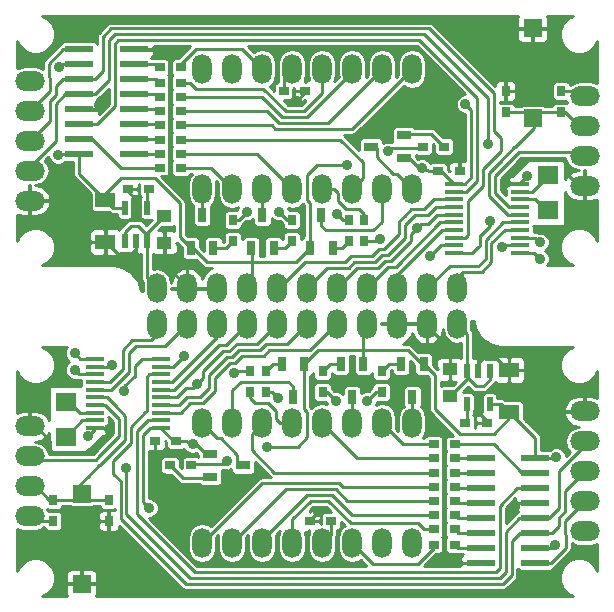
<source format=gtl>
%FSLAX34Y34*%
G04 Gerber Fmt 3.4, Leading zero omitted, Abs format*
G04 (created by PCBNEW (2014-02-28 BZR 4729)-product) date man 03 mar 2014 19:53:33 CET*
%MOIN*%
G01*
G70*
G90*
G04 APERTURE LIST*
%ADD10C,0.005906*%
%ADD11O,0.064961X0.100000*%
%ADD12O,0.100000X0.065000*%
%ADD13R,0.035433X0.031496*%
%ADD14R,0.050000X0.031496*%
%ADD15R,0.031496X0.050000*%
%ADD16R,0.035433X0.027559*%
%ADD17R,0.031496X0.035433*%
%ADD18R,0.062992X0.011811*%
%ADD19R,0.020000X0.050000*%
%ADD20R,0.051181X0.043307*%
%ADD21R,0.066929X0.051181*%
%ADD22O,0.065000X0.100000*%
%ADD23R,0.093701X0.021969*%
%ADD24R,0.070866X0.059055*%
%ADD25R,0.062992X0.059055*%
%ADD26C,0.035000*%
%ADD27C,0.009843*%
%ADD28C,0.010000*%
G04 APERTURE END LIST*
G54D10*
G54D11*
X6342Y5937D03*
X7342Y5937D03*
X8342Y5937D03*
X9342Y5937D03*
X10342Y5937D03*
X11342Y5937D03*
X12342Y5937D03*
X13342Y5937D03*
X13342Y1937D03*
X12342Y1937D03*
X11342Y1937D03*
X10342Y1937D03*
X9342Y1937D03*
X8342Y1937D03*
X7342Y1937D03*
X6342Y1937D03*
G54D12*
X590Y2830D03*
X590Y3830D03*
X590Y4830D03*
X590Y5830D03*
G54D13*
X15118Y5944D03*
X15826Y5944D03*
X5472Y5354D03*
X4763Y5354D03*
G54D14*
X7714Y4527D03*
X6616Y4152D03*
X6616Y4902D03*
G54D15*
X9370Y6812D03*
X8995Y7911D03*
X9745Y7911D03*
X11338Y6812D03*
X10963Y7911D03*
X11713Y7911D03*
X13346Y6812D03*
X12971Y7911D03*
X13721Y7911D03*
G54D13*
X14055Y5236D03*
G54D16*
X14763Y5236D03*
G54D13*
X14055Y4763D03*
X14763Y4763D03*
X14055Y4291D03*
X14763Y4291D03*
X14055Y3818D03*
X14763Y3818D03*
X14055Y3346D03*
X14763Y3346D03*
X14055Y2874D03*
X14763Y2874D03*
X14055Y2401D03*
X14763Y2401D03*
X14055Y1889D03*
X14763Y1889D03*
X5275Y4527D03*
X5984Y4527D03*
G54D17*
X8464Y7677D03*
X8464Y6968D03*
X10354Y6968D03*
X10354Y7677D03*
X12322Y6968D03*
X12322Y7677D03*
X1377Y2677D03*
X1377Y3385D03*
G54D18*
X4960Y5777D03*
X4960Y6033D03*
X4960Y6289D03*
X4960Y6545D03*
X4960Y6801D03*
X4960Y7057D03*
X4960Y7312D03*
X4960Y7568D03*
X4960Y7824D03*
X4960Y8080D03*
X2755Y8080D03*
X2755Y7824D03*
X2755Y7568D03*
X2755Y7312D03*
X2755Y7057D03*
X2755Y6801D03*
X2755Y6545D03*
X2755Y6289D03*
X2755Y6033D03*
X2755Y5777D03*
G54D19*
X15926Y7675D03*
X15176Y7675D03*
X15926Y6576D03*
X15551Y7675D03*
X15176Y6576D03*
G54D20*
X14606Y6830D03*
X14606Y7736D03*
G54D21*
X16574Y6309D03*
X16574Y7706D03*
G54D13*
X10629Y2677D03*
X9921Y2677D03*
G54D17*
X7952Y6968D03*
X7952Y7677D03*
G54D22*
X14842Y9251D03*
X13842Y9251D03*
X12842Y9251D03*
X11842Y9251D03*
X10842Y9251D03*
X9842Y9251D03*
X8842Y9251D03*
X7842Y9251D03*
X6842Y9251D03*
X5842Y9251D03*
X4842Y9251D03*
G54D23*
X15620Y4781D03*
X15620Y4281D03*
X15620Y3781D03*
X15620Y3281D03*
X15620Y2781D03*
X15620Y2281D03*
X15620Y1781D03*
X15620Y1281D03*
X17450Y1281D03*
X17450Y1781D03*
X17450Y2281D03*
X17450Y2781D03*
X17450Y3281D03*
X17450Y3781D03*
X17450Y4281D03*
X17450Y4781D03*
G54D24*
X1811Y5472D03*
X1811Y6653D03*
G54D17*
X3228Y3385D03*
X3228Y2677D03*
G54D25*
X2322Y590D03*
X2322Y3582D03*
G54D12*
X19094Y2330D03*
X19094Y3330D03*
X19094Y4330D03*
X19094Y5330D03*
X19094Y6330D03*
G54D11*
X13342Y13748D03*
X12342Y13748D03*
X11342Y13748D03*
X10342Y13748D03*
X9342Y13748D03*
X8342Y13748D03*
X7342Y13748D03*
X6342Y13748D03*
X6342Y17748D03*
X7342Y17748D03*
X8342Y17748D03*
X9342Y17748D03*
X10342Y17748D03*
X11342Y17748D03*
X12342Y17748D03*
X13342Y17748D03*
G54D12*
X19094Y16854D03*
X19094Y15854D03*
X19094Y14854D03*
X19094Y13854D03*
G54D13*
X4566Y13740D03*
X3858Y13740D03*
X14212Y14330D03*
X14921Y14330D03*
G54D14*
X11970Y15157D03*
X13068Y15532D03*
X13068Y14782D03*
G54D15*
X10314Y12872D03*
X10689Y11773D03*
X9939Y11773D03*
X8346Y12872D03*
X8721Y11773D03*
X7971Y11773D03*
X6338Y12872D03*
X6713Y11773D03*
X5963Y11773D03*
G54D13*
X5629Y14448D03*
G54D16*
X4921Y14448D03*
G54D13*
X5629Y14921D03*
X4921Y14921D03*
X5629Y15393D03*
X4921Y15393D03*
X5629Y15866D03*
X4921Y15866D03*
X5629Y16338D03*
X4921Y16338D03*
X5629Y16811D03*
X4921Y16811D03*
X5629Y17283D03*
X4921Y17283D03*
X5629Y17795D03*
X4921Y17795D03*
X14409Y15157D03*
X13700Y15157D03*
G54D17*
X11220Y12007D03*
X11220Y12716D03*
X9330Y12716D03*
X9330Y12007D03*
X7362Y12716D03*
X7362Y12007D03*
X18307Y17007D03*
X18307Y16299D03*
G54D18*
X14724Y13907D03*
X14724Y13651D03*
X14724Y13395D03*
X14724Y13139D03*
X14724Y12883D03*
X14724Y12627D03*
X14724Y12372D03*
X14724Y12116D03*
X14724Y11860D03*
X14724Y11604D03*
X16929Y11604D03*
X16929Y11860D03*
X16929Y12116D03*
X16929Y12372D03*
X16929Y12627D03*
X16929Y12883D03*
X16929Y13139D03*
X16929Y13395D03*
X16929Y13651D03*
X16929Y13907D03*
G54D19*
X3758Y12009D03*
X4508Y12009D03*
X3758Y13108D03*
X4133Y12009D03*
X4508Y13108D03*
G54D20*
X5078Y12854D03*
X5078Y11948D03*
G54D21*
X3110Y13375D03*
X3110Y11978D03*
G54D13*
X9055Y17007D03*
X9763Y17007D03*
G54D17*
X11732Y12716D03*
X11732Y12007D03*
G54D22*
X4842Y10433D03*
X5842Y10433D03*
X6842Y10433D03*
X7842Y10433D03*
X8842Y10433D03*
X9842Y10433D03*
X10842Y10433D03*
X11842Y10433D03*
X12842Y10433D03*
X13842Y10433D03*
X14842Y10433D03*
G54D23*
X4064Y14903D03*
X4064Y15403D03*
X4064Y15903D03*
X4064Y16403D03*
X4064Y16903D03*
X4064Y17403D03*
X4064Y17903D03*
X4064Y18403D03*
X2234Y18403D03*
X2234Y17903D03*
X2234Y17403D03*
X2234Y16903D03*
X2234Y16403D03*
X2234Y15903D03*
X2234Y15403D03*
X2234Y14903D03*
G54D24*
X17874Y14212D03*
X17874Y13031D03*
G54D17*
X16456Y16299D03*
X16456Y17007D03*
G54D25*
X17362Y19094D03*
X17362Y16102D03*
G54D12*
X590Y17354D03*
X590Y16354D03*
X590Y15354D03*
X590Y14354D03*
X590Y13354D03*
G54D26*
X7401Y7598D03*
X6181Y7244D03*
X12283Y12086D03*
X13503Y12440D03*
X3818Y4448D03*
X2086Y8267D03*
X15866Y15236D03*
X17598Y11417D03*
X2322Y2677D03*
X16771Y3149D03*
X14803Y1338D03*
X3228Y5748D03*
X10196Y2992D03*
X5078Y4094D03*
X2519Y5511D03*
X15944Y8307D03*
X15551Y6299D03*
X17362Y17007D03*
X2913Y16535D03*
X4881Y18346D03*
X16456Y13937D03*
X9488Y16692D03*
X14606Y15590D03*
X17165Y14173D03*
X3740Y11377D03*
X4133Y13385D03*
X8858Y6771D03*
X3740Y7007D03*
X10826Y12913D03*
X15944Y12677D03*
X3346Y7874D03*
X10787Y6692D03*
X16338Y11811D03*
X8897Y12992D03*
X2086Y7716D03*
X11850Y6692D03*
X17598Y11968D03*
X7834Y12992D03*
X7165Y4685D03*
X5748Y8188D03*
X12519Y15000D03*
X13937Y11496D03*
X18149Y4803D03*
X18110Y1889D03*
X4566Y3110D03*
X6023Y5236D03*
X8503Y5157D03*
X1535Y14881D03*
X1574Y17795D03*
X15118Y16574D03*
X13661Y14448D03*
X11181Y14527D03*
G54D27*
X14055Y2874D02*
X11338Y2874D01*
X8342Y2043D02*
X8342Y1937D01*
X9842Y3543D02*
X8342Y2043D01*
X10669Y3543D02*
X9842Y3543D01*
X11338Y2874D02*
X10669Y3543D01*
X5629Y16811D02*
X8346Y16811D01*
X11342Y17641D02*
X11342Y17748D01*
X9842Y16141D02*
X11342Y17641D01*
X9015Y16141D02*
X9842Y16141D01*
X8346Y16811D02*
X9015Y16141D01*
X14055Y3818D02*
X11023Y3818D01*
X8342Y3937D02*
X6342Y1937D01*
X10905Y3937D02*
X8342Y3937D01*
X11023Y3818D02*
X10905Y3937D01*
X5629Y15866D02*
X8661Y15866D01*
X11342Y15748D02*
X13342Y17748D01*
X8779Y15748D02*
X11342Y15748D01*
X8661Y15866D02*
X8779Y15748D01*
X14055Y2401D02*
X13740Y2401D01*
X9342Y2728D02*
X9342Y1937D01*
X9960Y3346D02*
X9342Y2728D01*
X10551Y3346D02*
X9960Y3346D01*
X11299Y2598D02*
X10551Y3346D01*
X13543Y2598D02*
X11299Y2598D01*
X13740Y2401D02*
X13543Y2598D01*
X5629Y17283D02*
X5944Y17283D01*
X10342Y16956D02*
X10342Y17748D01*
X9724Y16338D02*
X10342Y16956D01*
X9133Y16338D02*
X9724Y16338D01*
X8385Y17086D02*
X9133Y16338D01*
X6141Y17086D02*
X8385Y17086D01*
X5944Y17283D02*
X6141Y17086D01*
X14055Y4291D02*
X8740Y4291D01*
X7992Y5586D02*
X8342Y5937D01*
X7992Y5039D02*
X7992Y5586D01*
X8740Y4291D02*
X7992Y5039D01*
X5629Y15393D02*
X10944Y15393D01*
X11692Y14098D02*
X11342Y13748D01*
X11692Y14645D02*
X11692Y14098D01*
X10944Y15393D02*
X11692Y14645D01*
X14055Y5236D02*
X13043Y5236D01*
X13043Y5236D02*
X12342Y5937D01*
X5629Y14448D02*
X6641Y14448D01*
X6641Y14448D02*
X7342Y13748D01*
X6850Y5429D02*
X6972Y5429D01*
X6342Y5937D02*
X6850Y5429D01*
X7517Y4883D02*
X7517Y4566D01*
X6972Y5429D02*
X7517Y4883D01*
X12834Y14255D02*
X12712Y14255D01*
X13342Y13748D02*
X12834Y14255D01*
X12167Y14801D02*
X12167Y15118D01*
X12712Y14255D02*
X12167Y14801D01*
X9370Y6812D02*
X9370Y7165D01*
X9212Y7322D02*
X8700Y7322D01*
X9370Y7165D02*
X9212Y7322D01*
X7342Y7027D02*
X7342Y5937D01*
X8700Y7322D02*
X7637Y7322D01*
X7637Y7322D02*
X7342Y7027D01*
X10314Y12872D02*
X10314Y12519D01*
X10472Y12362D02*
X10984Y12362D01*
X10314Y12519D02*
X10472Y12362D01*
X12342Y12657D02*
X12342Y13748D01*
X10984Y12362D02*
X12047Y12362D01*
X12047Y12362D02*
X12342Y12657D01*
X11338Y6812D02*
X11338Y5940D01*
X11338Y5940D02*
X11342Y5937D01*
X8346Y12872D02*
X8346Y13744D01*
X8346Y13744D02*
X8342Y13748D01*
X13346Y6812D02*
X13346Y5940D01*
X13346Y5940D02*
X13342Y5937D01*
X6338Y12872D02*
X6338Y13744D01*
X6338Y13744D02*
X6342Y13748D01*
X14055Y4763D02*
X11515Y4763D01*
X11515Y4763D02*
X10342Y5937D01*
X5629Y14921D02*
X8169Y14921D01*
X8169Y14921D02*
X9342Y13748D01*
X14055Y1889D02*
X14055Y1771D01*
X12019Y1259D02*
X11342Y1937D01*
X13543Y1259D02*
X12019Y1259D01*
X14055Y1771D02*
X13543Y1259D01*
X5629Y17795D02*
X5629Y17913D01*
X7665Y18425D02*
X8342Y17748D01*
X6141Y18425D02*
X7665Y18425D01*
X5629Y17913D02*
X6141Y18425D01*
X14055Y3346D02*
X11181Y3346D01*
X9145Y3740D02*
X7342Y1937D01*
X10787Y3740D02*
X9145Y3740D01*
X11181Y3346D02*
X10787Y3740D01*
X5629Y16338D02*
X8503Y16338D01*
X10539Y15944D02*
X12342Y17748D01*
X8897Y15944D02*
X10539Y15944D01*
X8503Y16338D02*
X8897Y15944D01*
X7440Y7952D02*
X7282Y7952D01*
X6770Y7283D02*
X6770Y7282D01*
X6770Y7440D02*
X6770Y7283D01*
X7282Y7952D02*
X6770Y7440D01*
X6594Y6830D02*
X6771Y7007D01*
X5619Y6289D02*
X5944Y6614D01*
X4960Y6289D02*
X5619Y6289D01*
X6102Y6614D02*
X5944Y6614D01*
X5944Y6614D02*
X5944Y6614D01*
X5944Y6614D02*
X5944Y6614D01*
X9921Y8385D02*
X10787Y9251D01*
X10787Y9251D02*
X10842Y9251D01*
X8582Y8385D02*
X8386Y8189D01*
X8386Y8189D02*
X7677Y8189D01*
X7677Y8189D02*
X7440Y7952D01*
X9921Y8385D02*
X8582Y8385D01*
X6770Y7282D02*
X6771Y7283D01*
X6594Y6830D02*
X6377Y6614D01*
X6377Y6614D02*
X6102Y6614D01*
X6771Y7007D02*
X6771Y7283D01*
X12244Y11732D02*
X12402Y11732D01*
X12914Y12401D02*
X12914Y12402D01*
X12914Y12244D02*
X12914Y12401D01*
X12402Y11732D02*
X12914Y12244D01*
X13090Y12854D02*
X12913Y12677D01*
X14065Y13395D02*
X13740Y13070D01*
X14724Y13395D02*
X14065Y13395D01*
X13582Y13070D02*
X13740Y13070D01*
X13740Y13070D02*
X13740Y13070D01*
X13740Y13070D02*
X13740Y13070D01*
X9763Y11299D02*
X8897Y10433D01*
X8897Y10433D02*
X8842Y10433D01*
X11102Y11299D02*
X11298Y11495D01*
X11298Y11495D02*
X12007Y11495D01*
X12007Y11495D02*
X12244Y11732D01*
X9763Y11299D02*
X11102Y11299D01*
X12914Y12402D02*
X12913Y12401D01*
X13090Y12854D02*
X13307Y13070D01*
X13307Y13070D02*
X13582Y13070D01*
X12913Y12677D02*
X12913Y12401D01*
X5826Y6811D02*
X6260Y6811D01*
X6574Y7125D02*
X6574Y7559D01*
X6260Y6811D02*
X6574Y7125D01*
X7589Y8385D02*
X7571Y8385D01*
X8464Y8582D02*
X9173Y8582D01*
X8267Y8385D02*
X8464Y8582D01*
X9842Y9251D02*
X9173Y8582D01*
X7589Y8385D02*
X8267Y8385D01*
X7164Y8150D02*
X7164Y8149D01*
X7335Y8150D02*
X7164Y8150D01*
X7571Y8385D02*
X7335Y8150D01*
X5560Y6545D02*
X5826Y6811D01*
X6574Y7559D02*
X7164Y8149D01*
X7164Y8149D02*
X7164Y8149D01*
X4960Y6545D02*
X5560Y6545D01*
X13858Y12873D02*
X13424Y12873D01*
X13110Y12559D02*
X13110Y12125D01*
X13424Y12873D02*
X13110Y12559D01*
X12095Y11299D02*
X12114Y11299D01*
X11220Y11102D02*
X10511Y11102D01*
X11417Y11299D02*
X11220Y11102D01*
X9842Y10433D02*
X10511Y11102D01*
X12095Y11299D02*
X11417Y11299D01*
X12520Y11534D02*
X12520Y11535D01*
X12349Y11534D02*
X12520Y11534D01*
X12114Y11299D02*
X12349Y11534D01*
X14124Y13139D02*
X13858Y12873D01*
X13110Y12125D02*
X12520Y11535D01*
X12520Y11535D02*
X12520Y11535D01*
X14724Y13139D02*
X14124Y13139D01*
X6181Y7244D02*
X6377Y7440D01*
X6377Y7440D02*
X6377Y7677D01*
X5807Y7106D02*
X6043Y7106D01*
X7480Y7677D02*
X7952Y7677D01*
X7401Y7598D02*
X7480Y7677D01*
X6043Y7106D02*
X6181Y7244D01*
X8181Y8590D02*
X7488Y8590D01*
X8181Y8590D02*
X8842Y9251D01*
X6377Y7677D02*
X7047Y8346D01*
X7047Y8346D02*
X7244Y8346D01*
X7488Y8590D02*
X7244Y8346D01*
X4960Y6801D02*
X5501Y6801D01*
X5501Y6801D02*
X5807Y7106D01*
X13503Y12440D02*
X13307Y12244D01*
X13307Y12244D02*
X13307Y12007D01*
X13877Y12578D02*
X13641Y12578D01*
X12204Y12007D02*
X11732Y12007D01*
X12283Y12086D02*
X12204Y12007D01*
X13641Y12578D02*
X13503Y12440D01*
X11503Y11094D02*
X12196Y11094D01*
X11503Y11094D02*
X10842Y10433D01*
X13307Y12007D02*
X12637Y11338D01*
X12637Y11338D02*
X12440Y11338D01*
X12196Y11094D02*
X12440Y11338D01*
X14724Y12883D02*
X14183Y12883D01*
X14183Y12883D02*
X13877Y12578D01*
X4960Y7057D02*
X5403Y7057D01*
X7133Y8543D02*
X7842Y9251D01*
X6889Y8543D02*
X7133Y8543D01*
X5403Y7057D02*
X6889Y8543D01*
X14724Y12627D02*
X14281Y12627D01*
X12551Y11141D02*
X11842Y10433D01*
X12795Y11141D02*
X12551Y11141D01*
X14281Y12627D02*
X12795Y11141D01*
X4960Y7312D02*
X5344Y7312D01*
X6842Y8811D02*
X6842Y9251D01*
X5344Y7312D02*
X6842Y8811D01*
X14724Y12372D02*
X14340Y12372D01*
X12842Y10874D02*
X12842Y10433D01*
X14340Y12372D02*
X12842Y10874D01*
X4645Y8700D02*
X4015Y8700D01*
X3700Y8385D02*
X3700Y7755D01*
X4015Y8700D02*
X3700Y8385D01*
X2755Y7312D02*
X3257Y7312D01*
X3257Y7312D02*
X3700Y7755D01*
X4842Y8897D02*
X4842Y9251D01*
X4645Y8700D02*
X4842Y8897D01*
X15039Y10984D02*
X15669Y10984D01*
X15984Y11299D02*
X15984Y11929D01*
X15669Y10984D02*
X15984Y11299D01*
X16929Y12372D02*
X16427Y12372D01*
X16427Y12372D02*
X15984Y11929D01*
X14842Y10787D02*
X14842Y10433D01*
X15039Y10984D02*
X14842Y10787D01*
X4763Y8503D02*
X4133Y8503D01*
X3897Y8267D02*
X3897Y7637D01*
X4133Y8503D02*
X3897Y8267D01*
X2755Y7057D02*
X3316Y7057D01*
X3316Y7057D02*
X3897Y7637D01*
X5094Y8503D02*
X5842Y9251D01*
X4763Y8503D02*
X5094Y8503D01*
X14921Y11181D02*
X15551Y11181D01*
X15787Y11417D02*
X15787Y12047D01*
X15551Y11181D02*
X15787Y11417D01*
X16929Y12627D02*
X16368Y12627D01*
X16368Y12627D02*
X15787Y12047D01*
X14590Y11181D02*
X13842Y10433D01*
X14921Y11181D02*
X14590Y11181D01*
X3228Y3385D02*
X2480Y3385D01*
X1377Y3385D02*
X1232Y3385D01*
X1232Y3385D02*
X590Y4027D01*
X2755Y6801D02*
X3159Y6801D01*
X3159Y6801D02*
X3425Y6535D01*
X3425Y6535D02*
X3779Y6181D01*
X3779Y5393D02*
X3425Y5039D01*
X3779Y6181D02*
X3779Y5393D01*
X3425Y5039D02*
X2933Y4547D01*
X2283Y3582D02*
X2283Y3897D01*
X2283Y3897D02*
X2519Y4133D01*
X1377Y3385D02*
X2086Y3385D01*
X2086Y3385D02*
X2283Y3582D01*
X2480Y3385D02*
X2283Y3582D01*
X2913Y4527D02*
X2519Y4133D01*
X2933Y4547D02*
X2913Y4527D01*
X16456Y16299D02*
X17204Y16299D01*
X18307Y16299D02*
X18452Y16299D01*
X18452Y16299D02*
X19094Y15657D01*
X16929Y12883D02*
X16525Y12883D01*
X16525Y12883D02*
X16259Y13149D01*
X16259Y13149D02*
X15905Y13503D01*
X15905Y14291D02*
X16259Y14645D01*
X15905Y13503D02*
X15905Y14291D01*
X16259Y14645D02*
X16751Y15137D01*
X17401Y16102D02*
X17401Y15787D01*
X17401Y15787D02*
X17165Y15551D01*
X18307Y16299D02*
X17598Y16299D01*
X17598Y16299D02*
X17401Y16102D01*
X17204Y16299D02*
X17401Y16102D01*
X16771Y15157D02*
X17165Y15551D01*
X16751Y15137D02*
X16771Y15157D01*
X18425Y2992D02*
X18228Y2795D01*
X17990Y2281D02*
X18228Y2519D01*
X18228Y2519D02*
X18228Y2795D01*
X17450Y2281D02*
X17990Y2281D01*
X18425Y2992D02*
X18425Y3661D01*
X18425Y3661D02*
X19094Y4330D01*
X3385Y4330D02*
X3385Y4252D01*
X3622Y4016D02*
X3622Y2755D01*
X3385Y4252D02*
X3622Y4016D01*
X3385Y4685D02*
X3385Y4330D01*
X3976Y5275D02*
X3385Y4685D01*
X16927Y2281D02*
X17450Y2281D01*
X16653Y2007D02*
X16927Y2281D01*
X16653Y866D02*
X16653Y2007D01*
X16377Y590D02*
X16653Y866D01*
X5787Y590D02*
X16377Y590D01*
X3622Y2755D02*
X5787Y590D01*
X3976Y5826D02*
X3976Y5275D01*
X4960Y7568D02*
X4576Y7568D01*
X4488Y6338D02*
X4448Y6299D01*
X4488Y7480D02*
X4488Y6338D01*
X4576Y7568D02*
X4488Y7480D01*
X4448Y6299D02*
X3976Y5826D01*
X1259Y16692D02*
X1456Y16889D01*
X1694Y17403D02*
X1456Y17165D01*
X1456Y17165D02*
X1456Y16889D01*
X2234Y17403D02*
X1694Y17403D01*
X1259Y16692D02*
X1259Y16023D01*
X1259Y16023D02*
X590Y15354D01*
X16299Y15354D02*
X16299Y15432D01*
X16062Y15668D02*
X16062Y16929D01*
X16299Y15432D02*
X16062Y15668D01*
X16299Y15000D02*
X16299Y15354D01*
X15708Y14409D02*
X16299Y15000D01*
X2757Y17403D02*
X2234Y17403D01*
X3031Y17677D02*
X2757Y17403D01*
X3031Y18818D02*
X3031Y17677D01*
X3307Y19094D02*
X3031Y18818D01*
X13897Y19094D02*
X3307Y19094D01*
X16062Y16929D02*
X13897Y19094D01*
X15708Y13858D02*
X15708Y14409D01*
X14724Y12116D02*
X15108Y12116D01*
X15196Y13346D02*
X15236Y13385D01*
X15196Y12204D02*
X15196Y13346D01*
X15108Y12116D02*
X15196Y12204D01*
X15236Y13385D02*
X15708Y13858D01*
X4173Y4803D02*
X4173Y2913D01*
X4537Y6033D02*
X4173Y5669D01*
X4960Y6033D02*
X4537Y6033D01*
X4173Y5669D02*
X4173Y4803D01*
X16852Y3781D02*
X17450Y3781D01*
X16259Y3188D02*
X16852Y3781D01*
X16259Y1102D02*
X16259Y3188D01*
X16141Y984D02*
X16259Y1102D01*
X6102Y984D02*
X16141Y984D01*
X4173Y2913D02*
X6102Y984D01*
X15511Y14881D02*
X15511Y16771D01*
X15147Y13651D02*
X15511Y14015D01*
X14724Y13651D02*
X15147Y13651D01*
X15511Y14015D02*
X15511Y14881D01*
X2832Y15903D02*
X2234Y15903D01*
X3425Y16496D02*
X2832Y15903D01*
X3425Y18582D02*
X3425Y16496D01*
X3543Y18700D02*
X3425Y18582D01*
X13582Y18700D02*
X3543Y18700D01*
X15511Y16771D02*
X13582Y18700D01*
X17450Y2781D02*
X17900Y2781D01*
X19094Y5196D02*
X19094Y5330D01*
X18228Y4330D02*
X19094Y5196D01*
X18228Y3109D02*
X18228Y4330D01*
X17900Y2781D02*
X18228Y3109D01*
X3818Y4448D02*
X3818Y2913D01*
X2755Y8080D02*
X2273Y8080D01*
X2273Y8080D02*
X2086Y8267D01*
X16915Y2781D02*
X17450Y2781D01*
X16455Y2322D02*
X16915Y2781D01*
X16455Y983D02*
X16455Y2322D01*
X16259Y787D02*
X16455Y983D01*
X5944Y787D02*
X16259Y787D01*
X3818Y2913D02*
X5944Y787D01*
X2234Y16903D02*
X1784Y16903D01*
X590Y14488D02*
X590Y14354D01*
X1456Y15354D02*
X590Y14488D01*
X1456Y16575D02*
X1456Y15354D01*
X1784Y16903D02*
X1456Y16575D01*
X15866Y15236D02*
X15866Y16771D01*
X16929Y11604D02*
X17411Y11604D01*
X17411Y11604D02*
X17598Y11417D01*
X2769Y16903D02*
X2234Y16903D01*
X3229Y17362D02*
X2769Y16903D01*
X3229Y18701D02*
X3229Y17362D01*
X3425Y18897D02*
X3229Y18701D01*
X13740Y18897D02*
X3425Y18897D01*
X15866Y16771D02*
X13740Y18897D01*
X17450Y1281D02*
X17974Y1281D01*
X18425Y2661D02*
X19094Y3330D01*
X18425Y2244D02*
X18425Y2661D01*
X18464Y2204D02*
X18425Y2244D01*
X18464Y1771D02*
X18464Y2204D01*
X17974Y1281D02*
X18464Y1771D01*
X2234Y18403D02*
X1710Y18403D01*
X1259Y17023D02*
X590Y16354D01*
X1259Y17440D02*
X1259Y17023D01*
X1220Y17480D02*
X1259Y17440D01*
X1220Y17913D02*
X1220Y17480D01*
X1710Y18403D02*
X1220Y17913D01*
X2795Y4724D02*
X893Y4724D01*
X893Y4724D02*
X590Y5027D01*
X893Y4724D02*
X590Y5027D01*
X2913Y4842D02*
X2795Y4724D01*
X3100Y6545D02*
X3582Y6062D01*
X3582Y6062D02*
X3582Y5511D01*
X3582Y5511D02*
X2913Y4842D01*
X2755Y6545D02*
X3100Y6545D01*
X893Y4724D02*
X590Y5027D01*
X16889Y14960D02*
X18791Y14960D01*
X18791Y14960D02*
X19094Y14657D01*
X18791Y14960D02*
X19094Y14657D01*
X16771Y14842D02*
X16889Y14960D01*
X16584Y13139D02*
X16102Y13622D01*
X16102Y13622D02*
X16102Y14173D01*
X16102Y14173D02*
X16771Y14842D01*
X16929Y13139D02*
X16584Y13139D01*
X18791Y14960D02*
X19094Y14657D01*
X15176Y7675D02*
X15176Y7461D01*
X15926Y7382D02*
X15926Y7675D01*
X15708Y7165D02*
X15926Y7382D01*
X15472Y7165D02*
X15708Y7165D01*
X15176Y7461D02*
X15472Y7165D01*
X15176Y7675D02*
X15176Y7400D01*
X15176Y7400D02*
X14606Y6830D01*
X15176Y7675D02*
X15176Y8918D01*
X15176Y8918D02*
X14842Y9251D01*
X4508Y12009D02*
X4508Y12223D01*
X3758Y12302D02*
X3758Y12009D01*
X3976Y12519D02*
X3758Y12302D01*
X4212Y12519D02*
X3976Y12519D01*
X4508Y12223D02*
X4212Y12519D01*
X4508Y12009D02*
X4508Y12284D01*
X4508Y12284D02*
X5078Y12854D01*
X4508Y12009D02*
X4508Y10766D01*
X4508Y10766D02*
X4842Y10433D01*
X2755Y6033D02*
X2332Y6033D01*
X1889Y5590D02*
X1889Y5472D01*
X2332Y6033D02*
X1889Y5590D01*
X16929Y13651D02*
X17352Y13651D01*
X17795Y14094D02*
X17795Y14212D01*
X17352Y13651D02*
X17795Y14094D01*
X2755Y6289D02*
X2253Y6289D01*
X2253Y6289D02*
X1889Y6653D01*
X16929Y13395D02*
X17431Y13395D01*
X17431Y13395D02*
X17795Y13031D01*
X2322Y2677D02*
X2322Y629D01*
X2322Y629D02*
X2283Y590D01*
X3228Y2677D02*
X2322Y2677D01*
X17450Y3281D02*
X16824Y3281D01*
X16824Y3281D02*
X16771Y3149D01*
X15620Y1281D02*
X14860Y1281D01*
X14860Y1281D02*
X14803Y1338D01*
X3228Y5748D02*
X3228Y5629D01*
X3198Y5777D02*
X3228Y5748D01*
X2755Y5777D02*
X3198Y5777D01*
X1259Y5358D02*
X590Y6027D01*
X1259Y5039D02*
X1259Y5358D01*
X1338Y4960D02*
X1259Y5039D01*
X2559Y4960D02*
X1338Y4960D01*
X3228Y5629D02*
X2559Y4960D01*
X9921Y2677D02*
X9921Y2716D01*
X9921Y2716D02*
X10196Y2992D01*
X4763Y5354D02*
X4763Y4409D01*
X5061Y4112D02*
X5078Y4094D01*
X4763Y4409D02*
X5078Y4094D01*
X2755Y5777D02*
X2755Y5748D01*
X2755Y5748D02*
X2519Y5511D01*
X15944Y8307D02*
X15905Y8307D01*
X16545Y7706D02*
X15944Y8307D01*
X16574Y7706D02*
X16545Y7706D01*
X15551Y7952D02*
X15551Y7675D01*
X15905Y8307D02*
X15551Y7952D01*
X15826Y5944D02*
X15826Y6023D01*
X15826Y6023D02*
X15551Y6299D01*
X13842Y9251D02*
X13842Y9188D01*
X14606Y8425D02*
X14606Y7736D01*
X13842Y9188D02*
X14606Y8425D01*
X17362Y17007D02*
X17362Y19055D01*
X17362Y19055D02*
X17401Y19094D01*
X16456Y17007D02*
X17362Y17007D01*
X2234Y16403D02*
X2860Y16403D01*
X2860Y16403D02*
X2913Y16535D01*
X4064Y18403D02*
X4824Y18403D01*
X4824Y18403D02*
X4881Y18346D01*
X16456Y13937D02*
X16456Y14055D01*
X16486Y13907D02*
X16456Y13937D01*
X16929Y13907D02*
X16486Y13907D01*
X18425Y14326D02*
X19094Y13657D01*
X18425Y14645D02*
X18425Y14326D01*
X18346Y14724D02*
X18425Y14645D01*
X17125Y14724D02*
X18346Y14724D01*
X16456Y14055D02*
X17125Y14724D01*
X9763Y17007D02*
X9763Y16968D01*
X9763Y16968D02*
X9488Y16692D01*
X14921Y14330D02*
X14921Y15275D01*
X14624Y15572D02*
X14606Y15590D01*
X14921Y15275D02*
X14606Y15590D01*
X16929Y13907D02*
X16929Y13937D01*
X16929Y13937D02*
X17165Y14173D01*
X3740Y11377D02*
X3779Y11377D01*
X3139Y11978D02*
X3740Y11377D01*
X3110Y11978D02*
X3139Y11978D01*
X4133Y11732D02*
X4133Y12009D01*
X3779Y11377D02*
X4133Y11732D01*
X3858Y13740D02*
X3858Y13661D01*
X3858Y13661D02*
X4133Y13385D01*
X5842Y10433D02*
X5842Y10496D01*
X5078Y11259D02*
X5078Y11948D01*
X5842Y10496D02*
X5078Y11259D01*
X15176Y6576D02*
X15176Y6002D01*
X15176Y6002D02*
X15118Y5944D01*
X4508Y13108D02*
X4508Y13682D01*
X4508Y13682D02*
X4566Y13740D01*
X10629Y2677D02*
X10629Y2224D01*
X10629Y2224D02*
X10342Y1937D01*
X9055Y17007D02*
X9055Y17460D01*
X9055Y17460D02*
X9342Y17748D01*
X8543Y6614D02*
X8818Y6338D01*
X8944Y5937D02*
X9342Y5937D01*
X8818Y6062D02*
X8944Y5937D01*
X8818Y6338D02*
X8818Y6062D01*
X7952Y6968D02*
X7952Y6771D01*
X8110Y6614D02*
X8543Y6614D01*
X7952Y6771D02*
X8110Y6614D01*
X11141Y13070D02*
X10866Y13346D01*
X10740Y13748D02*
X10342Y13748D01*
X10866Y13622D02*
X10740Y13748D01*
X10866Y13346D02*
X10866Y13622D01*
X11732Y12716D02*
X11732Y12913D01*
X11574Y13070D02*
X11141Y13070D01*
X11732Y12913D02*
X11574Y13070D01*
X5275Y4527D02*
X5708Y4094D01*
X6558Y4094D02*
X6616Y4152D01*
X5708Y4094D02*
X6558Y4094D01*
X14409Y15157D02*
X13976Y15590D01*
X13126Y15590D02*
X13068Y15532D01*
X13976Y15590D02*
X13126Y15590D01*
X8995Y7911D02*
X8698Y7911D01*
X8698Y7911D02*
X8464Y7677D01*
X10689Y11773D02*
X10986Y11773D01*
X10986Y11773D02*
X11220Y12007D01*
X10963Y7911D02*
X10588Y7911D01*
X10588Y7911D02*
X10354Y7677D01*
X8721Y11773D02*
X9096Y11773D01*
X9096Y11773D02*
X9330Y12007D01*
X12971Y7911D02*
X12557Y7911D01*
X12557Y7911D02*
X12322Y7677D01*
X6713Y11773D02*
X7127Y11773D01*
X7127Y11773D02*
X7362Y12007D01*
X17450Y4281D02*
X17017Y4281D01*
X16062Y5236D02*
X14763Y5236D01*
X17017Y4281D02*
X16062Y5236D01*
X2234Y15403D02*
X2667Y15403D01*
X3622Y14448D02*
X4921Y14448D01*
X2667Y15403D02*
X3622Y14448D01*
X8661Y6968D02*
X8464Y6968D01*
X8858Y6771D02*
X8661Y6968D01*
X4094Y7559D02*
X4094Y7519D01*
X3740Y7165D02*
X3740Y7007D01*
X4094Y7519D02*
X3740Y7165D01*
X4094Y7480D02*
X4094Y7559D01*
X4094Y7559D02*
X4094Y7835D01*
X4094Y7835D02*
X4133Y7874D01*
X4960Y8080D02*
X4339Y8080D01*
X4339Y8080D02*
X4133Y7874D01*
X11023Y12716D02*
X11220Y12716D01*
X10826Y12913D02*
X11023Y12716D01*
X15590Y12125D02*
X15590Y12165D01*
X15944Y12519D02*
X15944Y12677D01*
X15590Y12165D02*
X15944Y12519D01*
X15590Y12204D02*
X15590Y12125D01*
X15590Y12125D02*
X15590Y11849D01*
X15590Y11849D02*
X15551Y11810D01*
X14724Y11604D02*
X15345Y11604D01*
X15345Y11604D02*
X15551Y11810D01*
X3297Y7824D02*
X3346Y7874D01*
X2755Y7824D02*
X3297Y7824D01*
X10511Y6968D02*
X10354Y6968D01*
X10787Y6692D02*
X10511Y6968D01*
X16387Y11860D02*
X16338Y11811D01*
X16929Y11860D02*
X16387Y11860D01*
X9173Y12716D02*
X9330Y12716D01*
X8897Y12992D02*
X9173Y12716D01*
X2755Y7568D02*
X2234Y7568D01*
X2234Y7568D02*
X2086Y7716D01*
X12125Y6968D02*
X12322Y6968D01*
X11850Y6692D02*
X12125Y6968D01*
X16929Y12116D02*
X17450Y12116D01*
X17450Y12116D02*
X17598Y11968D01*
X7559Y12716D02*
X7362Y12716D01*
X7834Y12992D02*
X7559Y12716D01*
X15620Y4781D02*
X14781Y4781D01*
X14781Y4781D02*
X14763Y4763D01*
X4064Y14903D02*
X4903Y14903D01*
X4903Y14903D02*
X4921Y14921D01*
X15620Y4281D02*
X14773Y4281D01*
X14773Y4281D02*
X14763Y4291D01*
X4064Y15403D02*
X4911Y15403D01*
X4911Y15403D02*
X4921Y15393D01*
X15620Y3781D02*
X14801Y3781D01*
X14801Y3781D02*
X14763Y3818D01*
X4064Y15903D02*
X4883Y15903D01*
X4883Y15903D02*
X4921Y15866D01*
X15620Y3281D02*
X14828Y3281D01*
X14828Y3281D02*
X14763Y3346D01*
X4064Y16403D02*
X4856Y16403D01*
X4856Y16403D02*
X4921Y16338D01*
X15620Y2781D02*
X14856Y2781D01*
X14856Y2781D02*
X14763Y2874D01*
X4064Y16903D02*
X4828Y16903D01*
X4828Y16903D02*
X4921Y16811D01*
X15620Y2281D02*
X14883Y2281D01*
X14883Y2281D02*
X14763Y2401D01*
X4064Y17403D02*
X4801Y17403D01*
X4801Y17403D02*
X4921Y17283D01*
X15620Y1781D02*
X14872Y1781D01*
X14872Y1781D02*
X14763Y1889D01*
X4064Y17903D02*
X4812Y17903D01*
X4812Y17903D02*
X4921Y17795D01*
X4960Y7824D02*
X5383Y7824D01*
X6023Y4566D02*
X5984Y4527D01*
X7047Y4566D02*
X6023Y4566D01*
X7165Y4685D02*
X7047Y4566D01*
X5383Y7824D02*
X5748Y8188D01*
X14724Y11860D02*
X14301Y11860D01*
X13661Y15118D02*
X13700Y15157D01*
X12637Y15118D02*
X13661Y15118D01*
X12519Y15000D02*
X12637Y15118D01*
X14301Y11860D02*
X13937Y11496D01*
X18149Y4803D02*
X18127Y4781D01*
X17450Y4781D02*
X18127Y4781D01*
X17450Y1781D02*
X18001Y1781D01*
X18001Y1781D02*
X18110Y1889D01*
X18110Y1889D02*
X18080Y1860D01*
X1377Y2677D02*
X940Y2677D01*
X940Y2677D02*
X590Y3027D01*
X4960Y5777D02*
X4595Y5777D01*
X4369Y3307D02*
X4566Y3110D01*
X4369Y5551D02*
X4369Y3307D01*
X4595Y5777D02*
X4369Y5551D01*
X17450Y4781D02*
X17450Y5433D01*
X17450Y5433D02*
X16574Y6309D01*
X6023Y5236D02*
X6125Y5236D01*
X6125Y5236D02*
X6419Y4941D01*
X5472Y5354D02*
X5383Y5354D01*
X5383Y5354D02*
X4960Y5777D01*
X9745Y7911D02*
X9745Y6396D01*
X5787Y5354D02*
X5472Y5354D01*
X6023Y5236D02*
X5787Y5354D01*
X9527Y5157D02*
X8503Y5157D01*
X9842Y5472D02*
X9527Y5157D01*
X9842Y6299D02*
X9842Y5472D01*
X9745Y6396D02*
X9842Y6299D01*
X14094Y6417D02*
X14094Y7538D01*
X16574Y6102D02*
X16062Y5590D01*
X16062Y5590D02*
X14921Y5590D01*
X14921Y5590D02*
X14094Y6417D01*
X16574Y6309D02*
X16574Y6102D01*
X14094Y7538D02*
X13721Y7911D01*
X11692Y8384D02*
X11692Y9102D01*
X11692Y9102D02*
X11842Y9251D01*
X11692Y8384D02*
X11692Y7932D01*
X11692Y7932D02*
X11713Y7911D01*
X13721Y7911D02*
X13663Y7911D01*
X13663Y7911D02*
X13189Y8384D01*
X13189Y8384D02*
X11692Y8384D01*
X10218Y8384D02*
X9745Y7911D01*
X11692Y8384D02*
X10218Y8384D01*
X15926Y6576D02*
X16307Y6576D01*
X16307Y6576D02*
X16574Y6309D01*
X1535Y14881D02*
X1557Y14903D01*
X2234Y14903D02*
X1557Y14903D01*
X2234Y17903D02*
X1683Y17903D01*
X1683Y17903D02*
X1574Y17795D01*
X1574Y17795D02*
X1604Y17824D01*
X18307Y17007D02*
X18744Y17007D01*
X18744Y17007D02*
X19094Y16657D01*
X14724Y13907D02*
X15089Y13907D01*
X15315Y16377D02*
X15118Y16574D01*
X15315Y14133D02*
X15315Y16377D01*
X15089Y13907D02*
X15315Y14133D01*
X2234Y14903D02*
X2234Y14251D01*
X2234Y14251D02*
X3110Y13375D01*
X13661Y14448D02*
X13560Y14448D01*
X13560Y14448D02*
X13265Y14743D01*
X14212Y14330D02*
X14301Y14330D01*
X14301Y14330D02*
X14724Y13907D01*
X9939Y11773D02*
X9939Y13288D01*
X13897Y14330D02*
X14212Y14330D01*
X13661Y14448D02*
X13897Y14330D01*
X10157Y14527D02*
X11181Y14527D01*
X9842Y14212D02*
X10157Y14527D01*
X9842Y13385D02*
X9842Y14212D01*
X9939Y13288D02*
X9842Y13385D01*
X5590Y13267D02*
X5590Y12146D01*
X3110Y13582D02*
X3622Y14094D01*
X3622Y14094D02*
X4763Y14094D01*
X4763Y14094D02*
X5590Y13267D01*
X3110Y13375D02*
X3110Y13582D01*
X5590Y12146D02*
X5963Y11773D01*
X7992Y11300D02*
X7992Y10582D01*
X7992Y10582D02*
X7842Y10433D01*
X7992Y11300D02*
X7992Y11752D01*
X7992Y11752D02*
X7971Y11773D01*
X5963Y11773D02*
X6021Y11773D01*
X6021Y11773D02*
X6495Y11300D01*
X6495Y11300D02*
X7992Y11300D01*
X9466Y11300D02*
X9939Y11773D01*
X7992Y11300D02*
X9466Y11300D01*
X3758Y13108D02*
X3377Y13108D01*
X3377Y13108D02*
X3110Y13375D01*
G54D10*
G36*
X2306Y7186D02*
X1238Y7186D01*
X1238Y6047D01*
X1143Y6194D01*
X975Y6311D01*
X775Y6355D01*
X600Y6355D01*
X600Y5840D01*
X608Y5840D01*
X608Y5820D01*
X600Y5820D01*
X600Y5812D01*
X580Y5812D01*
X580Y5820D01*
X572Y5820D01*
X572Y5840D01*
X580Y5840D01*
X580Y6355D01*
X405Y6355D01*
X205Y6311D01*
X179Y6293D01*
X179Y7664D01*
X242Y7510D01*
X423Y7330D01*
X659Y7232D01*
X914Y7231D01*
X1150Y7329D01*
X1331Y7509D01*
X1429Y7745D01*
X1429Y8001D01*
X1331Y8237D01*
X1151Y8417D01*
X997Y8481D01*
X1841Y8481D01*
X1811Y8452D01*
X1761Y8332D01*
X1761Y8203D01*
X1810Y8083D01*
X1902Y7992D01*
X1902Y7992D01*
X1811Y7900D01*
X1761Y7781D01*
X1761Y7652D01*
X1810Y7532D01*
X1902Y7441D01*
X2021Y7391D01*
X2148Y7391D01*
X2158Y7384D01*
X2234Y7369D01*
X2290Y7369D01*
X2290Y7342D01*
X2290Y7224D01*
X2306Y7186D01*
X2306Y7186D01*
G37*
G54D28*
X2306Y7186D02*
X1238Y7186D01*
X1238Y6047D01*
X1143Y6194D01*
X975Y6311D01*
X775Y6355D01*
X600Y6355D01*
X600Y5840D01*
X608Y5840D01*
X608Y5820D01*
X600Y5820D01*
X600Y5812D01*
X580Y5812D01*
X580Y5820D01*
X572Y5820D01*
X572Y5840D01*
X580Y5840D01*
X580Y6355D01*
X405Y6355D01*
X205Y6311D01*
X179Y6293D01*
X179Y7664D01*
X242Y7510D01*
X423Y7330D01*
X659Y7232D01*
X914Y7231D01*
X1150Y7329D01*
X1331Y7509D01*
X1429Y7745D01*
X1429Y8001D01*
X1331Y8237D01*
X1151Y8417D01*
X997Y8481D01*
X1841Y8481D01*
X1811Y8452D01*
X1761Y8332D01*
X1761Y8203D01*
X1810Y8083D01*
X1902Y7992D01*
X1902Y7992D01*
X1811Y7900D01*
X1761Y7781D01*
X1761Y7652D01*
X1810Y7532D01*
X1902Y7441D01*
X2021Y7391D01*
X2148Y7391D01*
X2158Y7384D01*
X2234Y7369D01*
X2290Y7369D01*
X2290Y7342D01*
X2290Y7224D01*
X2306Y7186D01*
G54D10*
G36*
X3383Y5594D02*
X2772Y4983D01*
X2712Y4923D01*
X1234Y4923D01*
X1217Y5012D01*
X1114Y5166D01*
X960Y5269D01*
X778Y5305D01*
X775Y5305D01*
X975Y5349D01*
X1143Y5466D01*
X1238Y5614D01*
X1238Y4978D01*
X2482Y4978D01*
X2551Y5047D01*
X3022Y5518D01*
X3031Y5518D01*
X3110Y5518D01*
X3184Y5548D01*
X3204Y5569D01*
X3210Y5569D01*
X3210Y5575D01*
X3240Y5605D01*
X3270Y5678D01*
X3270Y5717D01*
X3220Y5767D01*
X3210Y5767D01*
X3210Y5787D01*
X3220Y5787D01*
X3270Y5837D01*
X3270Y5876D01*
X3240Y5949D01*
X3220Y5969D01*
X3220Y6004D01*
X3220Y6122D01*
X3210Y6148D01*
X3210Y6153D01*
X3383Y5980D01*
X3383Y5594D01*
X3383Y5594D01*
G37*
G54D28*
X3383Y5594D02*
X2772Y4983D01*
X2712Y4923D01*
X1234Y4923D01*
X1217Y5012D01*
X1114Y5166D01*
X960Y5269D01*
X778Y5305D01*
X775Y5305D01*
X975Y5349D01*
X1143Y5466D01*
X1238Y5614D01*
X1238Y4978D01*
X2482Y4978D01*
X2551Y5047D01*
X3022Y5518D01*
X3031Y5518D01*
X3110Y5518D01*
X3184Y5548D01*
X3204Y5569D01*
X3210Y5569D01*
X3210Y5575D01*
X3240Y5605D01*
X3270Y5678D01*
X3270Y5717D01*
X3220Y5767D01*
X3210Y5767D01*
X3210Y5787D01*
X3220Y5787D01*
X3270Y5837D01*
X3270Y5876D01*
X3240Y5949D01*
X3220Y5969D01*
X3220Y6004D01*
X3220Y6122D01*
X3210Y6148D01*
X3210Y6153D01*
X3383Y5980D01*
X3383Y5594D01*
G54D10*
G36*
X10631Y2984D02*
X10422Y2984D01*
X10367Y2961D01*
X10325Y2919D01*
X10302Y2864D01*
X10302Y2804D01*
X10302Y2591D01*
X10298Y2590D01*
X10298Y2617D01*
X10248Y2667D01*
X9931Y2667D01*
X9931Y2659D01*
X9911Y2659D01*
X9911Y2667D01*
X9903Y2667D01*
X9903Y2687D01*
X9911Y2687D01*
X9911Y2695D01*
X9931Y2695D01*
X9931Y2687D01*
X10248Y2687D01*
X10298Y2737D01*
X10298Y2794D01*
X10298Y2874D01*
X10267Y2947D01*
X10211Y3004D01*
X10138Y3034D01*
X9981Y3034D01*
X9931Y2984D01*
X9931Y3034D01*
X9930Y3034D01*
X10043Y3147D01*
X10468Y3147D01*
X10631Y2984D01*
X10631Y2984D01*
G37*
G54D28*
X10631Y2984D02*
X10422Y2984D01*
X10367Y2961D01*
X10325Y2919D01*
X10302Y2864D01*
X10302Y2804D01*
X10302Y2591D01*
X10298Y2590D01*
X10298Y2617D01*
X10248Y2667D01*
X9931Y2667D01*
X9931Y2659D01*
X9911Y2659D01*
X9911Y2667D01*
X9903Y2667D01*
X9903Y2687D01*
X9911Y2687D01*
X9911Y2695D01*
X9931Y2695D01*
X9931Y2687D01*
X10248Y2687D01*
X10298Y2737D01*
X10298Y2794D01*
X10298Y2874D01*
X10267Y2947D01*
X10211Y3004D01*
X10138Y3034D01*
X9981Y3034D01*
X9931Y2984D01*
X9931Y3034D01*
X9930Y3034D01*
X10043Y3147D01*
X10468Y3147D01*
X10631Y2984D01*
G54D10*
G36*
X11814Y1183D02*
X6184Y1183D01*
X4583Y2785D01*
X4631Y2785D01*
X4750Y2834D01*
X4842Y2925D01*
X4891Y3045D01*
X4891Y3174D01*
X4842Y3294D01*
X4751Y3385D01*
X4631Y3435D01*
X4568Y3435D01*
X4568Y4996D01*
X4703Y4996D01*
X4753Y5046D01*
X4753Y5344D01*
X4745Y5344D01*
X4745Y5364D01*
X4753Y5364D01*
X4753Y5372D01*
X4773Y5372D01*
X4773Y5364D01*
X4781Y5364D01*
X4781Y5344D01*
X4773Y5344D01*
X4773Y5046D01*
X4823Y4996D01*
X4980Y4996D01*
X5054Y5027D01*
X5110Y5083D01*
X5140Y5157D01*
X5140Y5236D01*
X5140Y5294D01*
X5090Y5344D01*
X5112Y5344D01*
X5145Y5311D01*
X5145Y5167D01*
X5168Y5111D01*
X5210Y5069D01*
X5265Y5046D01*
X5325Y5046D01*
X5679Y5046D01*
X5734Y5069D01*
X5738Y5074D01*
X5747Y5052D01*
X5839Y4960D01*
X5958Y4911D01*
X6087Y4911D01*
X6144Y4934D01*
X6216Y4863D01*
X6216Y4824D01*
X6191Y4835D01*
X6131Y4835D01*
X5777Y4835D01*
X5722Y4812D01*
X5679Y4770D01*
X5657Y4714D01*
X5657Y4655D01*
X5657Y4427D01*
X5602Y4482D01*
X5602Y4714D01*
X5579Y4770D01*
X5537Y4812D01*
X5482Y4835D01*
X5422Y4835D01*
X5140Y4835D01*
X5068Y4835D01*
X5013Y4812D01*
X4971Y4770D01*
X4948Y4714D01*
X4948Y4655D01*
X4948Y4340D01*
X4971Y4285D01*
X5013Y4242D01*
X5068Y4220D01*
X5128Y4220D01*
X5301Y4220D01*
X5567Y3953D01*
X5632Y3910D01*
X5708Y3895D01*
X6253Y3895D01*
X6281Y3867D01*
X6336Y3845D01*
X6395Y3845D01*
X6895Y3845D01*
X6951Y3867D01*
X6993Y3910D01*
X7016Y3965D01*
X7016Y4024D01*
X7016Y4339D01*
X7004Y4367D01*
X7047Y4367D01*
X7070Y4372D01*
X7100Y4360D01*
X7229Y4359D01*
X7314Y4395D01*
X7314Y4340D01*
X7337Y4285D01*
X7379Y4242D01*
X7434Y4220D01*
X7494Y4220D01*
X7994Y4220D01*
X8049Y4242D01*
X8091Y4285D01*
X8114Y4340D01*
X8114Y4399D01*
X8114Y4635D01*
X8599Y4150D01*
X8620Y4136D01*
X8342Y4136D01*
X8266Y4121D01*
X8201Y4077D01*
X6622Y2498D01*
X6524Y2563D01*
X6342Y2599D01*
X6160Y2563D01*
X6006Y2460D01*
X5903Y2306D01*
X5867Y2124D01*
X5867Y1749D01*
X5903Y1567D01*
X6006Y1413D01*
X6160Y1310D01*
X6342Y1274D01*
X6524Y1310D01*
X6678Y1413D01*
X6781Y1567D01*
X6817Y1749D01*
X6817Y2124D01*
X6816Y2129D01*
X6881Y2194D01*
X6867Y2124D01*
X6867Y1749D01*
X6903Y1567D01*
X7006Y1413D01*
X7160Y1310D01*
X7342Y1274D01*
X7524Y1310D01*
X7678Y1413D01*
X7781Y1567D01*
X7817Y1749D01*
X7817Y2124D01*
X7816Y2129D01*
X7881Y2194D01*
X7867Y2124D01*
X7867Y1749D01*
X7903Y1567D01*
X8006Y1413D01*
X8160Y1310D01*
X8342Y1274D01*
X8524Y1310D01*
X8678Y1413D01*
X8781Y1567D01*
X8817Y1749D01*
X8817Y2124D01*
X8798Y2217D01*
X8936Y2355D01*
X8903Y2306D01*
X8867Y2124D01*
X8867Y1749D01*
X8903Y1567D01*
X9006Y1413D01*
X9160Y1310D01*
X9342Y1274D01*
X9524Y1310D01*
X9678Y1413D01*
X9781Y1567D01*
X9817Y1749D01*
X9817Y2124D01*
X9781Y2306D01*
X9772Y2319D01*
X9861Y2319D01*
X9911Y2369D01*
X9911Y2319D01*
X9912Y2319D01*
X9903Y2306D01*
X9867Y2124D01*
X9867Y1749D01*
X9903Y1567D01*
X10006Y1413D01*
X10160Y1310D01*
X10342Y1274D01*
X10524Y1310D01*
X10678Y1413D01*
X10781Y1567D01*
X10817Y1749D01*
X10817Y2124D01*
X10812Y2146D01*
X10813Y2148D01*
X10829Y2224D01*
X10829Y2369D01*
X10836Y2369D01*
X10892Y2392D01*
X10934Y2434D01*
X10957Y2489D01*
X10957Y2549D01*
X10957Y2658D01*
X11095Y2520D01*
X11006Y2460D01*
X10903Y2306D01*
X10867Y2124D01*
X10867Y1749D01*
X10903Y1567D01*
X11006Y1413D01*
X11160Y1310D01*
X11342Y1274D01*
X11524Y1310D01*
X11622Y1375D01*
X11814Y1183D01*
X11814Y1183D01*
G37*
G54D28*
X11814Y1183D02*
X6184Y1183D01*
X4583Y2785D01*
X4631Y2785D01*
X4750Y2834D01*
X4842Y2925D01*
X4891Y3045D01*
X4891Y3174D01*
X4842Y3294D01*
X4751Y3385D01*
X4631Y3435D01*
X4568Y3435D01*
X4568Y4996D01*
X4703Y4996D01*
X4753Y5046D01*
X4753Y5344D01*
X4745Y5344D01*
X4745Y5364D01*
X4753Y5364D01*
X4753Y5372D01*
X4773Y5372D01*
X4773Y5364D01*
X4781Y5364D01*
X4781Y5344D01*
X4773Y5344D01*
X4773Y5046D01*
X4823Y4996D01*
X4980Y4996D01*
X5054Y5027D01*
X5110Y5083D01*
X5140Y5157D01*
X5140Y5236D01*
X5140Y5294D01*
X5090Y5344D01*
X5112Y5344D01*
X5145Y5311D01*
X5145Y5167D01*
X5168Y5111D01*
X5210Y5069D01*
X5265Y5046D01*
X5325Y5046D01*
X5679Y5046D01*
X5734Y5069D01*
X5738Y5074D01*
X5747Y5052D01*
X5839Y4960D01*
X5958Y4911D01*
X6087Y4911D01*
X6144Y4934D01*
X6216Y4863D01*
X6216Y4824D01*
X6191Y4835D01*
X6131Y4835D01*
X5777Y4835D01*
X5722Y4812D01*
X5679Y4770D01*
X5657Y4714D01*
X5657Y4655D01*
X5657Y4427D01*
X5602Y4482D01*
X5602Y4714D01*
X5579Y4770D01*
X5537Y4812D01*
X5482Y4835D01*
X5422Y4835D01*
X5140Y4835D01*
X5068Y4835D01*
X5013Y4812D01*
X4971Y4770D01*
X4948Y4714D01*
X4948Y4655D01*
X4948Y4340D01*
X4971Y4285D01*
X5013Y4242D01*
X5068Y4220D01*
X5128Y4220D01*
X5301Y4220D01*
X5567Y3953D01*
X5632Y3910D01*
X5708Y3895D01*
X6253Y3895D01*
X6281Y3867D01*
X6336Y3845D01*
X6395Y3845D01*
X6895Y3845D01*
X6951Y3867D01*
X6993Y3910D01*
X7016Y3965D01*
X7016Y4024D01*
X7016Y4339D01*
X7004Y4367D01*
X7047Y4367D01*
X7070Y4372D01*
X7100Y4360D01*
X7229Y4359D01*
X7314Y4395D01*
X7314Y4340D01*
X7337Y4285D01*
X7379Y4242D01*
X7434Y4220D01*
X7494Y4220D01*
X7994Y4220D01*
X8049Y4242D01*
X8091Y4285D01*
X8114Y4340D01*
X8114Y4399D01*
X8114Y4635D01*
X8599Y4150D01*
X8620Y4136D01*
X8342Y4136D01*
X8266Y4121D01*
X8201Y4077D01*
X6622Y2498D01*
X6524Y2563D01*
X6342Y2599D01*
X6160Y2563D01*
X6006Y2460D01*
X5903Y2306D01*
X5867Y2124D01*
X5867Y1749D01*
X5903Y1567D01*
X6006Y1413D01*
X6160Y1310D01*
X6342Y1274D01*
X6524Y1310D01*
X6678Y1413D01*
X6781Y1567D01*
X6817Y1749D01*
X6817Y2124D01*
X6816Y2129D01*
X6881Y2194D01*
X6867Y2124D01*
X6867Y1749D01*
X6903Y1567D01*
X7006Y1413D01*
X7160Y1310D01*
X7342Y1274D01*
X7524Y1310D01*
X7678Y1413D01*
X7781Y1567D01*
X7817Y1749D01*
X7817Y2124D01*
X7816Y2129D01*
X7881Y2194D01*
X7867Y2124D01*
X7867Y1749D01*
X7903Y1567D01*
X8006Y1413D01*
X8160Y1310D01*
X8342Y1274D01*
X8524Y1310D01*
X8678Y1413D01*
X8781Y1567D01*
X8817Y1749D01*
X8817Y2124D01*
X8798Y2217D01*
X8936Y2355D01*
X8903Y2306D01*
X8867Y2124D01*
X8867Y1749D01*
X8903Y1567D01*
X9006Y1413D01*
X9160Y1310D01*
X9342Y1274D01*
X9524Y1310D01*
X9678Y1413D01*
X9781Y1567D01*
X9817Y1749D01*
X9817Y2124D01*
X9781Y2306D01*
X9772Y2319D01*
X9861Y2319D01*
X9911Y2369D01*
X9911Y2319D01*
X9912Y2319D01*
X9903Y2306D01*
X9867Y2124D01*
X9867Y1749D01*
X9903Y1567D01*
X10006Y1413D01*
X10160Y1310D01*
X10342Y1274D01*
X10524Y1310D01*
X10678Y1413D01*
X10781Y1567D01*
X10817Y1749D01*
X10817Y2124D01*
X10812Y2146D01*
X10813Y2148D01*
X10829Y2224D01*
X10829Y2369D01*
X10836Y2369D01*
X10892Y2392D01*
X10934Y2434D01*
X10957Y2489D01*
X10957Y2549D01*
X10957Y2658D01*
X11095Y2520D01*
X11006Y2460D01*
X10903Y2306D01*
X10867Y2124D01*
X10867Y1749D01*
X10903Y1567D01*
X11006Y1413D01*
X11160Y1310D01*
X11342Y1274D01*
X11524Y1310D01*
X11622Y1375D01*
X11814Y1183D01*
G54D10*
G36*
X14976Y8120D02*
X14975Y8122D01*
X14901Y8152D01*
X14822Y8152D01*
X14666Y8152D01*
X14616Y8102D01*
X14616Y7746D01*
X14624Y7746D01*
X14624Y7726D01*
X14616Y7726D01*
X14616Y7369D01*
X14666Y7319D01*
X14813Y7319D01*
X14691Y7197D01*
X14320Y7197D01*
X14293Y7186D01*
X14293Y7326D01*
X14310Y7319D01*
X14390Y7319D01*
X14546Y7319D01*
X14596Y7369D01*
X14596Y7726D01*
X14588Y7726D01*
X14588Y7746D01*
X14596Y7746D01*
X14596Y8102D01*
X14546Y8152D01*
X14390Y8152D01*
X14310Y8152D01*
X14237Y8122D01*
X14180Y8066D01*
X14150Y7992D01*
X14150Y7796D01*
X14200Y7746D01*
X14168Y7746D01*
X14028Y7885D01*
X14028Y8191D01*
X14006Y8246D01*
X13963Y8288D01*
X13908Y8311D01*
X13849Y8311D01*
X13545Y8311D01*
X13330Y8525D01*
X13266Y8569D01*
X13189Y8584D01*
X13020Y8584D01*
X13034Y8588D01*
X13206Y8698D01*
X13323Y8866D01*
X13342Y8952D01*
X13361Y8866D01*
X13478Y8698D01*
X13650Y8588D01*
X13750Y8560D01*
X13832Y8602D01*
X13832Y9241D01*
X13367Y9241D01*
X13317Y9241D01*
X12852Y9241D01*
X12852Y9234D01*
X12832Y9234D01*
X12832Y9241D01*
X12317Y9241D01*
X12317Y9261D01*
X12832Y9261D01*
X12832Y9269D01*
X12852Y9269D01*
X12852Y9261D01*
X13317Y9261D01*
X13367Y9261D01*
X13832Y9261D01*
X13832Y9269D01*
X13852Y9269D01*
X13852Y9261D01*
X13860Y9261D01*
X13860Y9241D01*
X13852Y9241D01*
X13852Y8602D01*
X13934Y8560D01*
X14034Y8588D01*
X14206Y8698D01*
X14323Y8866D01*
X14367Y9066D01*
X14367Y9064D01*
X14403Y8882D01*
X14506Y8728D01*
X14660Y8625D01*
X14842Y8589D01*
X14976Y8615D01*
X14976Y8120D01*
X14976Y8120D01*
G37*
G54D28*
X14976Y8120D02*
X14975Y8122D01*
X14901Y8152D01*
X14822Y8152D01*
X14666Y8152D01*
X14616Y8102D01*
X14616Y7746D01*
X14624Y7746D01*
X14624Y7726D01*
X14616Y7726D01*
X14616Y7369D01*
X14666Y7319D01*
X14813Y7319D01*
X14691Y7197D01*
X14320Y7197D01*
X14293Y7186D01*
X14293Y7326D01*
X14310Y7319D01*
X14390Y7319D01*
X14546Y7319D01*
X14596Y7369D01*
X14596Y7726D01*
X14588Y7726D01*
X14588Y7746D01*
X14596Y7746D01*
X14596Y8102D01*
X14546Y8152D01*
X14390Y8152D01*
X14310Y8152D01*
X14237Y8122D01*
X14180Y8066D01*
X14150Y7992D01*
X14150Y7796D01*
X14200Y7746D01*
X14168Y7746D01*
X14028Y7885D01*
X14028Y8191D01*
X14006Y8246D01*
X13963Y8288D01*
X13908Y8311D01*
X13849Y8311D01*
X13545Y8311D01*
X13330Y8525D01*
X13266Y8569D01*
X13189Y8584D01*
X13020Y8584D01*
X13034Y8588D01*
X13206Y8698D01*
X13323Y8866D01*
X13342Y8952D01*
X13361Y8866D01*
X13478Y8698D01*
X13650Y8588D01*
X13750Y8560D01*
X13832Y8602D01*
X13832Y9241D01*
X13367Y9241D01*
X13317Y9241D01*
X12852Y9241D01*
X12852Y9234D01*
X12832Y9234D01*
X12832Y9241D01*
X12317Y9241D01*
X12317Y9261D01*
X12832Y9261D01*
X12832Y9269D01*
X12852Y9269D01*
X12852Y9261D01*
X13317Y9261D01*
X13367Y9261D01*
X13832Y9261D01*
X13832Y9269D01*
X13852Y9269D01*
X13852Y9261D01*
X13860Y9261D01*
X13860Y9241D01*
X13852Y9241D01*
X13852Y8602D01*
X13934Y8560D01*
X14034Y8588D01*
X14206Y8698D01*
X14323Y8866D01*
X14367Y9066D01*
X14367Y9064D01*
X14403Y8882D01*
X14506Y8728D01*
X14660Y8625D01*
X14842Y8589D01*
X14976Y8615D01*
X14976Y8120D01*
G54D10*
G36*
X15637Y1271D02*
X15630Y1271D01*
X15630Y1263D01*
X15610Y1263D01*
X15610Y1271D01*
X15001Y1271D01*
X14951Y1221D01*
X14951Y1183D01*
X13748Y1183D01*
X14147Y1582D01*
X14262Y1582D01*
X14317Y1605D01*
X14359Y1647D01*
X14382Y1702D01*
X14382Y1762D01*
X14382Y2077D01*
X14359Y2132D01*
X14345Y2145D01*
X14359Y2159D01*
X14382Y2214D01*
X14382Y2273D01*
X14382Y2588D01*
X14362Y2637D01*
X14382Y2686D01*
X14382Y2746D01*
X14382Y3061D01*
X14362Y3110D01*
X14382Y3159D01*
X14382Y3218D01*
X14382Y3533D01*
X14362Y3582D01*
X14382Y3631D01*
X14382Y3691D01*
X14382Y4006D01*
X14362Y4055D01*
X14382Y4104D01*
X14382Y4163D01*
X14382Y4478D01*
X14362Y4527D01*
X14382Y4576D01*
X14382Y4636D01*
X14382Y4951D01*
X14362Y5000D01*
X14382Y5048D01*
X14382Y5108D01*
X14382Y5423D01*
X14359Y5478D01*
X14317Y5520D01*
X14262Y5543D01*
X14202Y5543D01*
X13848Y5543D01*
X13792Y5520D01*
X13750Y5478D01*
X13732Y5435D01*
X13693Y5435D01*
X13781Y5567D01*
X13817Y5749D01*
X13817Y6124D01*
X13781Y6306D01*
X13678Y6460D01*
X13635Y6489D01*
X13653Y6533D01*
X13653Y6592D01*
X13653Y7092D01*
X13631Y7147D01*
X13588Y7190D01*
X13533Y7212D01*
X13474Y7212D01*
X13159Y7212D01*
X13104Y7190D01*
X13061Y7147D01*
X13038Y7092D01*
X13038Y7033D01*
X13038Y6533D01*
X13055Y6493D01*
X13006Y6460D01*
X12903Y6306D01*
X12867Y6124D01*
X12867Y5749D01*
X12881Y5679D01*
X12816Y5744D01*
X12817Y5749D01*
X12817Y6124D01*
X12781Y6306D01*
X12678Y6460D01*
X12524Y6563D01*
X12342Y6599D01*
X12160Y6563D01*
X12143Y6552D01*
X12175Y6627D01*
X12175Y6641D01*
X12195Y6641D01*
X12510Y6641D01*
X12565Y6664D01*
X12607Y6706D01*
X12630Y6761D01*
X12630Y6821D01*
X12630Y7175D01*
X12607Y7230D01*
X12565Y7272D01*
X12510Y7295D01*
X12450Y7295D01*
X12135Y7295D01*
X12080Y7272D01*
X12038Y7230D01*
X12015Y7175D01*
X12015Y7129D01*
X11985Y7109D01*
X11893Y7017D01*
X11786Y7017D01*
X11666Y6968D01*
X11646Y6948D01*
X11646Y7092D01*
X11623Y7147D01*
X11581Y7190D01*
X11525Y7212D01*
X11466Y7212D01*
X11151Y7212D01*
X11096Y7190D01*
X11053Y7147D01*
X11031Y7092D01*
X11031Y7033D01*
X11031Y6908D01*
X10971Y6968D01*
X10852Y7017D01*
X10744Y7017D01*
X10661Y7100D01*
X10661Y7175D01*
X10638Y7230D01*
X10596Y7272D01*
X10541Y7295D01*
X10481Y7295D01*
X10167Y7295D01*
X10111Y7272D01*
X10069Y7230D01*
X10046Y7175D01*
X10046Y7115D01*
X10046Y6761D01*
X10069Y6706D01*
X10111Y6664D01*
X10167Y6641D01*
X10226Y6641D01*
X10462Y6641D01*
X10462Y6628D01*
X10486Y6571D01*
X10342Y6599D01*
X10160Y6563D01*
X10006Y6460D01*
X9988Y6432D01*
X9983Y6440D01*
X9944Y6479D01*
X9944Y7516D01*
X9987Y7534D01*
X10029Y7576D01*
X10046Y7617D01*
X10046Y7470D01*
X10069Y7415D01*
X10111Y7372D01*
X10167Y7350D01*
X10226Y7350D01*
X10541Y7350D01*
X10596Y7372D01*
X10638Y7415D01*
X10661Y7470D01*
X10661Y7529D01*
X10661Y7617D01*
X10678Y7576D01*
X10721Y7534D01*
X10776Y7511D01*
X10835Y7511D01*
X11150Y7511D01*
X11206Y7534D01*
X11248Y7576D01*
X11271Y7631D01*
X11271Y7691D01*
X11271Y8185D01*
X11406Y8185D01*
X11406Y8131D01*
X11406Y7631D01*
X11428Y7576D01*
X11471Y7534D01*
X11526Y7511D01*
X11585Y7511D01*
X11900Y7511D01*
X11956Y7534D01*
X11998Y7576D01*
X12015Y7617D01*
X12015Y7470D01*
X12038Y7415D01*
X12080Y7372D01*
X12135Y7350D01*
X12195Y7350D01*
X12510Y7350D01*
X12565Y7372D01*
X12607Y7415D01*
X12630Y7470D01*
X12630Y7529D01*
X12630Y7702D01*
X12639Y7712D01*
X12663Y7712D01*
X12663Y7631D01*
X12686Y7576D01*
X12729Y7534D01*
X12784Y7511D01*
X12843Y7511D01*
X13158Y7511D01*
X13213Y7534D01*
X13256Y7576D01*
X13278Y7631D01*
X13278Y7691D01*
X13278Y8014D01*
X13413Y7879D01*
X13413Y7631D01*
X13436Y7576D01*
X13479Y7534D01*
X13534Y7511D01*
X13593Y7511D01*
X13839Y7511D01*
X13895Y7455D01*
X13895Y6417D01*
X13910Y6341D01*
X13953Y6276D01*
X14706Y5524D01*
X14556Y5524D01*
X14501Y5501D01*
X14459Y5458D01*
X14436Y5403D01*
X14436Y5344D01*
X14436Y5068D01*
X14459Y5013D01*
X14463Y5009D01*
X14459Y5006D01*
X14436Y4951D01*
X14436Y4891D01*
X14436Y4576D01*
X14456Y4527D01*
X14436Y4478D01*
X14436Y4418D01*
X14436Y4104D01*
X14456Y4055D01*
X14436Y4006D01*
X14436Y3946D01*
X14436Y3631D01*
X14456Y3582D01*
X14436Y3533D01*
X14436Y3474D01*
X14436Y3159D01*
X14456Y3110D01*
X14436Y3061D01*
X14436Y3001D01*
X14436Y2686D01*
X14456Y2637D01*
X14436Y2588D01*
X14436Y2529D01*
X14436Y2214D01*
X14459Y2159D01*
X14472Y2145D01*
X14459Y2132D01*
X14436Y2077D01*
X14436Y2017D01*
X14436Y1702D01*
X14459Y1647D01*
X14501Y1605D01*
X14556Y1582D01*
X14616Y1582D01*
X14872Y1582D01*
X14970Y1582D01*
X15028Y1582D01*
X15046Y1564D01*
X15038Y1560D01*
X14982Y1504D01*
X14951Y1431D01*
X14951Y1341D01*
X15001Y1291D01*
X15610Y1291D01*
X15610Y1299D01*
X15630Y1299D01*
X15630Y1291D01*
X15637Y1291D01*
X15637Y1271D01*
X15637Y1271D01*
G37*
G54D28*
X15637Y1271D02*
X15630Y1271D01*
X15630Y1263D01*
X15610Y1263D01*
X15610Y1271D01*
X15001Y1271D01*
X14951Y1221D01*
X14951Y1183D01*
X13748Y1183D01*
X14147Y1582D01*
X14262Y1582D01*
X14317Y1605D01*
X14359Y1647D01*
X14382Y1702D01*
X14382Y1762D01*
X14382Y2077D01*
X14359Y2132D01*
X14345Y2145D01*
X14359Y2159D01*
X14382Y2214D01*
X14382Y2273D01*
X14382Y2588D01*
X14362Y2637D01*
X14382Y2686D01*
X14382Y2746D01*
X14382Y3061D01*
X14362Y3110D01*
X14382Y3159D01*
X14382Y3218D01*
X14382Y3533D01*
X14362Y3582D01*
X14382Y3631D01*
X14382Y3691D01*
X14382Y4006D01*
X14362Y4055D01*
X14382Y4104D01*
X14382Y4163D01*
X14382Y4478D01*
X14362Y4527D01*
X14382Y4576D01*
X14382Y4636D01*
X14382Y4951D01*
X14362Y5000D01*
X14382Y5048D01*
X14382Y5108D01*
X14382Y5423D01*
X14359Y5478D01*
X14317Y5520D01*
X14262Y5543D01*
X14202Y5543D01*
X13848Y5543D01*
X13792Y5520D01*
X13750Y5478D01*
X13732Y5435D01*
X13693Y5435D01*
X13781Y5567D01*
X13817Y5749D01*
X13817Y6124D01*
X13781Y6306D01*
X13678Y6460D01*
X13635Y6489D01*
X13653Y6533D01*
X13653Y6592D01*
X13653Y7092D01*
X13631Y7147D01*
X13588Y7190D01*
X13533Y7212D01*
X13474Y7212D01*
X13159Y7212D01*
X13104Y7190D01*
X13061Y7147D01*
X13038Y7092D01*
X13038Y7033D01*
X13038Y6533D01*
X13055Y6493D01*
X13006Y6460D01*
X12903Y6306D01*
X12867Y6124D01*
X12867Y5749D01*
X12881Y5679D01*
X12816Y5744D01*
X12817Y5749D01*
X12817Y6124D01*
X12781Y6306D01*
X12678Y6460D01*
X12524Y6563D01*
X12342Y6599D01*
X12160Y6563D01*
X12143Y6552D01*
X12175Y6627D01*
X12175Y6641D01*
X12195Y6641D01*
X12510Y6641D01*
X12565Y6664D01*
X12607Y6706D01*
X12630Y6761D01*
X12630Y6821D01*
X12630Y7175D01*
X12607Y7230D01*
X12565Y7272D01*
X12510Y7295D01*
X12450Y7295D01*
X12135Y7295D01*
X12080Y7272D01*
X12038Y7230D01*
X12015Y7175D01*
X12015Y7129D01*
X11985Y7109D01*
X11893Y7017D01*
X11786Y7017D01*
X11666Y6968D01*
X11646Y6948D01*
X11646Y7092D01*
X11623Y7147D01*
X11581Y7190D01*
X11525Y7212D01*
X11466Y7212D01*
X11151Y7212D01*
X11096Y7190D01*
X11053Y7147D01*
X11031Y7092D01*
X11031Y7033D01*
X11031Y6908D01*
X10971Y6968D01*
X10852Y7017D01*
X10744Y7017D01*
X10661Y7100D01*
X10661Y7175D01*
X10638Y7230D01*
X10596Y7272D01*
X10541Y7295D01*
X10481Y7295D01*
X10167Y7295D01*
X10111Y7272D01*
X10069Y7230D01*
X10046Y7175D01*
X10046Y7115D01*
X10046Y6761D01*
X10069Y6706D01*
X10111Y6664D01*
X10167Y6641D01*
X10226Y6641D01*
X10462Y6641D01*
X10462Y6628D01*
X10486Y6571D01*
X10342Y6599D01*
X10160Y6563D01*
X10006Y6460D01*
X9988Y6432D01*
X9983Y6440D01*
X9944Y6479D01*
X9944Y7516D01*
X9987Y7534D01*
X10029Y7576D01*
X10046Y7617D01*
X10046Y7470D01*
X10069Y7415D01*
X10111Y7372D01*
X10167Y7350D01*
X10226Y7350D01*
X10541Y7350D01*
X10596Y7372D01*
X10638Y7415D01*
X10661Y7470D01*
X10661Y7529D01*
X10661Y7617D01*
X10678Y7576D01*
X10721Y7534D01*
X10776Y7511D01*
X10835Y7511D01*
X11150Y7511D01*
X11206Y7534D01*
X11248Y7576D01*
X11271Y7631D01*
X11271Y7691D01*
X11271Y8185D01*
X11406Y8185D01*
X11406Y8131D01*
X11406Y7631D01*
X11428Y7576D01*
X11471Y7534D01*
X11526Y7511D01*
X11585Y7511D01*
X11900Y7511D01*
X11956Y7534D01*
X11998Y7576D01*
X12015Y7617D01*
X12015Y7470D01*
X12038Y7415D01*
X12080Y7372D01*
X12135Y7350D01*
X12195Y7350D01*
X12510Y7350D01*
X12565Y7372D01*
X12607Y7415D01*
X12630Y7470D01*
X12630Y7529D01*
X12630Y7702D01*
X12639Y7712D01*
X12663Y7712D01*
X12663Y7631D01*
X12686Y7576D01*
X12729Y7534D01*
X12784Y7511D01*
X12843Y7511D01*
X13158Y7511D01*
X13213Y7534D01*
X13256Y7576D01*
X13278Y7631D01*
X13278Y7691D01*
X13278Y8014D01*
X13413Y7879D01*
X13413Y7631D01*
X13436Y7576D01*
X13479Y7534D01*
X13534Y7511D01*
X13593Y7511D01*
X13839Y7511D01*
X13895Y7455D01*
X13895Y6417D01*
X13910Y6341D01*
X13953Y6276D01*
X14706Y5524D01*
X14556Y5524D01*
X14501Y5501D01*
X14459Y5458D01*
X14436Y5403D01*
X14436Y5344D01*
X14436Y5068D01*
X14459Y5013D01*
X14463Y5009D01*
X14459Y5006D01*
X14436Y4951D01*
X14436Y4891D01*
X14436Y4576D01*
X14456Y4527D01*
X14436Y4478D01*
X14436Y4418D01*
X14436Y4104D01*
X14456Y4055D01*
X14436Y4006D01*
X14436Y3946D01*
X14436Y3631D01*
X14456Y3582D01*
X14436Y3533D01*
X14436Y3474D01*
X14436Y3159D01*
X14456Y3110D01*
X14436Y3061D01*
X14436Y3001D01*
X14436Y2686D01*
X14456Y2637D01*
X14436Y2588D01*
X14436Y2529D01*
X14436Y2214D01*
X14459Y2159D01*
X14472Y2145D01*
X14459Y2132D01*
X14436Y2077D01*
X14436Y2017D01*
X14436Y1702D01*
X14459Y1647D01*
X14501Y1605D01*
X14556Y1582D01*
X14616Y1582D01*
X14872Y1582D01*
X14970Y1582D01*
X15028Y1582D01*
X15046Y1564D01*
X15038Y1560D01*
X14982Y1504D01*
X14951Y1431D01*
X14951Y1341D01*
X15001Y1291D01*
X15610Y1291D01*
X15610Y1299D01*
X15630Y1299D01*
X15630Y1291D01*
X15637Y1291D01*
X15637Y1271D01*
G54D10*
G36*
X17468Y3271D02*
X17460Y3271D01*
X17460Y3263D01*
X17440Y3263D01*
X17440Y3271D01*
X16832Y3271D01*
X16782Y3221D01*
X16782Y3131D01*
X16812Y3058D01*
X16868Y3002D01*
X16877Y2998D01*
X16855Y2976D01*
X16851Y2968D01*
X16839Y2965D01*
X16774Y2922D01*
X16459Y2606D01*
X16459Y3106D01*
X16782Y3429D01*
X16782Y3341D01*
X16832Y3291D01*
X17440Y3291D01*
X17440Y3299D01*
X17460Y3299D01*
X17460Y3291D01*
X17468Y3291D01*
X17468Y3271D01*
X17468Y3271D01*
G37*
G54D28*
X17468Y3271D02*
X17460Y3271D01*
X17460Y3263D01*
X17440Y3263D01*
X17440Y3271D01*
X16832Y3271D01*
X16782Y3221D01*
X16782Y3131D01*
X16812Y3058D01*
X16868Y3002D01*
X16877Y2998D01*
X16855Y2976D01*
X16851Y2968D01*
X16839Y2965D01*
X16774Y2922D01*
X16459Y2606D01*
X16459Y3106D01*
X16782Y3429D01*
X16782Y3341D01*
X16832Y3291D01*
X17440Y3291D01*
X17440Y3299D01*
X17460Y3299D01*
X17460Y3291D01*
X17468Y3291D01*
X17468Y3271D01*
G54D10*
G36*
X19505Y6793D02*
X19479Y6811D01*
X19279Y6855D01*
X19104Y6855D01*
X19104Y6340D01*
X19112Y6340D01*
X19112Y6320D01*
X19104Y6320D01*
X19104Y6312D01*
X19084Y6312D01*
X19084Y6320D01*
X19084Y6340D01*
X19084Y6855D01*
X18909Y6855D01*
X18709Y6811D01*
X18541Y6694D01*
X18430Y6522D01*
X18402Y6422D01*
X18444Y6340D01*
X19084Y6340D01*
X19084Y6320D01*
X18444Y6320D01*
X18402Y6238D01*
X18430Y6139D01*
X18541Y5966D01*
X18709Y5849D01*
X18909Y5805D01*
X18906Y5805D01*
X18724Y5769D01*
X18570Y5666D01*
X18467Y5512D01*
X18431Y5330D01*
X18467Y5148D01*
X18570Y4994D01*
X18594Y4978D01*
X18474Y4858D01*
X18474Y4867D01*
X18425Y4987D01*
X18333Y5078D01*
X18214Y5128D01*
X18085Y5128D01*
X17965Y5078D01*
X17928Y5041D01*
X17889Y5041D01*
X17650Y5041D01*
X17650Y5433D01*
X17634Y5509D01*
X17591Y5573D01*
X17109Y6056D01*
X17109Y7411D01*
X17109Y7646D01*
X17109Y7766D01*
X17109Y8002D01*
X17079Y8075D01*
X17022Y8132D01*
X16949Y8162D01*
X16869Y8162D01*
X16634Y8162D01*
X16584Y8112D01*
X16584Y7716D01*
X17059Y7716D01*
X17109Y7766D01*
X17109Y7646D01*
X17059Y7696D01*
X16584Y7696D01*
X16584Y7300D01*
X16634Y7250D01*
X16869Y7250D01*
X16949Y7250D01*
X17022Y7281D01*
X17079Y7337D01*
X17109Y7411D01*
X17109Y6056D01*
X17059Y6106D01*
X17059Y6594D01*
X17036Y6649D01*
X16994Y6692D01*
X16939Y6714D01*
X16879Y6714D01*
X16450Y6714D01*
X16447Y6717D01*
X16383Y6760D01*
X16307Y6775D01*
X16176Y6775D01*
X16176Y6856D01*
X16153Y6911D01*
X16111Y6953D01*
X16056Y6976D01*
X15996Y6976D01*
X15796Y6976D01*
X15741Y6953D01*
X15699Y6911D01*
X15676Y6856D01*
X15676Y6796D01*
X15676Y6302D01*
X15609Y6302D01*
X15536Y6271D01*
X15480Y6215D01*
X15449Y6142D01*
X15449Y6062D01*
X15449Y6004D01*
X15499Y5954D01*
X15816Y5954D01*
X15816Y5962D01*
X15836Y5962D01*
X15836Y5954D01*
X15844Y5954D01*
X15844Y5934D01*
X15836Y5934D01*
X15836Y5927D01*
X15816Y5927D01*
X15816Y5934D01*
X15499Y5934D01*
X15449Y5884D01*
X15449Y5827D01*
X15449Y5789D01*
X15445Y5789D01*
X15445Y5817D01*
X15445Y6132D01*
X15422Y6187D01*
X15385Y6224D01*
X15403Y6241D01*
X15426Y6296D01*
X15426Y6356D01*
X15426Y6856D01*
X15403Y6911D01*
X15361Y6953D01*
X15306Y6976D01*
X15246Y6976D01*
X15046Y6976D01*
X15025Y6968D01*
X15206Y7149D01*
X15331Y7024D01*
X15396Y6981D01*
X15396Y6981D01*
X15472Y6966D01*
X15708Y6966D01*
X15784Y6981D01*
X15849Y7024D01*
X16067Y7242D01*
X16101Y7294D01*
X16110Y7297D01*
X16126Y7281D01*
X16200Y7250D01*
X16279Y7250D01*
X16514Y7250D01*
X16564Y7300D01*
X16564Y7696D01*
X16556Y7696D01*
X16556Y7716D01*
X16564Y7716D01*
X16564Y8112D01*
X16514Y8162D01*
X16279Y8162D01*
X16200Y8162D01*
X16126Y8132D01*
X16070Y8075D01*
X16068Y8070D01*
X16056Y8075D01*
X15996Y8075D01*
X15796Y8075D01*
X15787Y8071D01*
X15764Y8094D01*
X15690Y8125D01*
X15611Y8125D01*
X15561Y8075D01*
X15561Y7685D01*
X15569Y7685D01*
X15569Y7665D01*
X15561Y7665D01*
X15561Y7657D01*
X15541Y7657D01*
X15541Y7665D01*
X15533Y7665D01*
X15533Y7685D01*
X15541Y7685D01*
X15541Y8075D01*
X15491Y8125D01*
X15411Y8125D01*
X15375Y8110D01*
X15375Y8918D01*
X15360Y8994D01*
X15317Y9059D01*
X15316Y9059D01*
X15317Y9064D01*
X15317Y9348D01*
X15388Y9348D01*
X15435Y9112D01*
X15461Y9047D01*
X15632Y8792D01*
X15682Y8742D01*
X15937Y8572D01*
X16002Y8545D01*
X16303Y8485D01*
X16321Y8485D01*
X16338Y8481D01*
X18687Y8481D01*
X18534Y8418D01*
X18353Y8238D01*
X18255Y8002D01*
X18255Y7746D01*
X18353Y7510D01*
X18533Y7330D01*
X18769Y7232D01*
X19024Y7231D01*
X19260Y7329D01*
X19441Y7509D01*
X19505Y7663D01*
X19505Y6793D01*
X19505Y6793D01*
G37*
G54D28*
X19505Y6793D02*
X19479Y6811D01*
X19279Y6855D01*
X19104Y6855D01*
X19104Y6340D01*
X19112Y6340D01*
X19112Y6320D01*
X19104Y6320D01*
X19104Y6312D01*
X19084Y6312D01*
X19084Y6320D01*
X19084Y6340D01*
X19084Y6855D01*
X18909Y6855D01*
X18709Y6811D01*
X18541Y6694D01*
X18430Y6522D01*
X18402Y6422D01*
X18444Y6340D01*
X19084Y6340D01*
X19084Y6320D01*
X18444Y6320D01*
X18402Y6238D01*
X18430Y6139D01*
X18541Y5966D01*
X18709Y5849D01*
X18909Y5805D01*
X18906Y5805D01*
X18724Y5769D01*
X18570Y5666D01*
X18467Y5512D01*
X18431Y5330D01*
X18467Y5148D01*
X18570Y4994D01*
X18594Y4978D01*
X18474Y4858D01*
X18474Y4867D01*
X18425Y4987D01*
X18333Y5078D01*
X18214Y5128D01*
X18085Y5128D01*
X17965Y5078D01*
X17928Y5041D01*
X17889Y5041D01*
X17650Y5041D01*
X17650Y5433D01*
X17634Y5509D01*
X17591Y5573D01*
X17109Y6056D01*
X17109Y7411D01*
X17109Y7646D01*
X17109Y7766D01*
X17109Y8002D01*
X17079Y8075D01*
X17022Y8132D01*
X16949Y8162D01*
X16869Y8162D01*
X16634Y8162D01*
X16584Y8112D01*
X16584Y7716D01*
X17059Y7716D01*
X17109Y7766D01*
X17109Y7646D01*
X17059Y7696D01*
X16584Y7696D01*
X16584Y7300D01*
X16634Y7250D01*
X16869Y7250D01*
X16949Y7250D01*
X17022Y7281D01*
X17079Y7337D01*
X17109Y7411D01*
X17109Y6056D01*
X17059Y6106D01*
X17059Y6594D01*
X17036Y6649D01*
X16994Y6692D01*
X16939Y6714D01*
X16879Y6714D01*
X16450Y6714D01*
X16447Y6717D01*
X16383Y6760D01*
X16307Y6775D01*
X16176Y6775D01*
X16176Y6856D01*
X16153Y6911D01*
X16111Y6953D01*
X16056Y6976D01*
X15996Y6976D01*
X15796Y6976D01*
X15741Y6953D01*
X15699Y6911D01*
X15676Y6856D01*
X15676Y6796D01*
X15676Y6302D01*
X15609Y6302D01*
X15536Y6271D01*
X15480Y6215D01*
X15449Y6142D01*
X15449Y6062D01*
X15449Y6004D01*
X15499Y5954D01*
X15816Y5954D01*
X15816Y5962D01*
X15836Y5962D01*
X15836Y5954D01*
X15844Y5954D01*
X15844Y5934D01*
X15836Y5934D01*
X15836Y5927D01*
X15816Y5927D01*
X15816Y5934D01*
X15499Y5934D01*
X15449Y5884D01*
X15449Y5827D01*
X15449Y5789D01*
X15445Y5789D01*
X15445Y5817D01*
X15445Y6132D01*
X15422Y6187D01*
X15385Y6224D01*
X15403Y6241D01*
X15426Y6296D01*
X15426Y6356D01*
X15426Y6856D01*
X15403Y6911D01*
X15361Y6953D01*
X15306Y6976D01*
X15246Y6976D01*
X15046Y6976D01*
X15025Y6968D01*
X15206Y7149D01*
X15331Y7024D01*
X15396Y6981D01*
X15396Y6981D01*
X15472Y6966D01*
X15708Y6966D01*
X15784Y6981D01*
X15849Y7024D01*
X16067Y7242D01*
X16101Y7294D01*
X16110Y7297D01*
X16126Y7281D01*
X16200Y7250D01*
X16279Y7250D01*
X16514Y7250D01*
X16564Y7300D01*
X16564Y7696D01*
X16556Y7696D01*
X16556Y7716D01*
X16564Y7716D01*
X16564Y8112D01*
X16514Y8162D01*
X16279Y8162D01*
X16200Y8162D01*
X16126Y8132D01*
X16070Y8075D01*
X16068Y8070D01*
X16056Y8075D01*
X15996Y8075D01*
X15796Y8075D01*
X15787Y8071D01*
X15764Y8094D01*
X15690Y8125D01*
X15611Y8125D01*
X15561Y8075D01*
X15561Y7685D01*
X15569Y7685D01*
X15569Y7665D01*
X15561Y7665D01*
X15561Y7657D01*
X15541Y7657D01*
X15541Y7665D01*
X15533Y7665D01*
X15533Y7685D01*
X15541Y7685D01*
X15541Y8075D01*
X15491Y8125D01*
X15411Y8125D01*
X15375Y8110D01*
X15375Y8918D01*
X15360Y8994D01*
X15317Y9059D01*
X15316Y9059D01*
X15317Y9064D01*
X15317Y9348D01*
X15388Y9348D01*
X15435Y9112D01*
X15461Y9047D01*
X15632Y8792D01*
X15682Y8742D01*
X15937Y8572D01*
X16002Y8545D01*
X16303Y8485D01*
X16321Y8485D01*
X16338Y8481D01*
X18687Y8481D01*
X18534Y8418D01*
X18353Y8238D01*
X18255Y8002D01*
X18255Y7746D01*
X18353Y7510D01*
X18533Y7330D01*
X18769Y7232D01*
X19024Y7231D01*
X19260Y7329D01*
X19441Y7509D01*
X19505Y7663D01*
X19505Y6793D01*
G54D10*
G36*
X19505Y997D02*
X19442Y1150D01*
X19261Y1331D01*
X19025Y1429D01*
X18770Y1429D01*
X18534Y1331D01*
X18353Y1151D01*
X18255Y915D01*
X18255Y660D01*
X18353Y424D01*
X18533Y243D01*
X18687Y179D01*
X3218Y179D01*
X3218Y2350D01*
X3218Y2667D01*
X3218Y2687D01*
X3218Y3004D01*
X3168Y3054D01*
X3110Y3054D01*
X3031Y3054D01*
X2957Y3023D01*
X2901Y2967D01*
X2870Y2894D01*
X2870Y2737D01*
X2920Y2687D01*
X3218Y2687D01*
X3218Y2667D01*
X2920Y2667D01*
X2870Y2617D01*
X2870Y2460D01*
X2901Y2386D01*
X2957Y2330D01*
X3031Y2300D01*
X3110Y2300D01*
X3168Y2300D01*
X3218Y2350D01*
X3218Y179D01*
X2804Y179D01*
X2807Y181D01*
X2837Y255D01*
X2837Y530D01*
X2837Y650D01*
X2837Y925D01*
X2807Y999D01*
X2751Y1055D01*
X2677Y1085D01*
X2598Y1085D01*
X2382Y1085D01*
X2332Y1035D01*
X2332Y600D01*
X2787Y600D01*
X2837Y650D01*
X2837Y530D01*
X2787Y580D01*
X2332Y580D01*
X2332Y572D01*
X2312Y572D01*
X2312Y580D01*
X2312Y600D01*
X2312Y1035D01*
X2262Y1085D01*
X2047Y1085D01*
X1968Y1085D01*
X1894Y1055D01*
X1838Y999D01*
X1807Y925D01*
X1807Y650D01*
X1857Y600D01*
X2312Y600D01*
X2312Y580D01*
X1857Y580D01*
X1807Y530D01*
X1807Y255D01*
X1838Y181D01*
X1840Y179D01*
X997Y179D01*
X1150Y242D01*
X1331Y423D01*
X1429Y659D01*
X1429Y914D01*
X1331Y1150D01*
X1151Y1331D01*
X915Y1429D01*
X660Y1429D01*
X424Y1331D01*
X243Y1151D01*
X179Y997D01*
X179Y2419D01*
X221Y2391D01*
X402Y2355D01*
X778Y2355D01*
X960Y2391D01*
X1071Y2466D01*
X1093Y2415D01*
X1135Y2372D01*
X1190Y2350D01*
X1250Y2350D01*
X1565Y2350D01*
X1620Y2372D01*
X1662Y2415D01*
X1685Y2470D01*
X1685Y2529D01*
X1685Y2884D01*
X1662Y2939D01*
X1620Y2981D01*
X1565Y3004D01*
X1505Y3004D01*
X1218Y3004D01*
X1217Y3012D01*
X1184Y3061D01*
X1190Y3058D01*
X1250Y3058D01*
X1565Y3058D01*
X1620Y3081D01*
X1662Y3123D01*
X1685Y3178D01*
X1685Y3186D01*
X1896Y3186D01*
X1922Y3160D01*
X1978Y3137D01*
X2037Y3137D01*
X2667Y3137D01*
X2722Y3160D01*
X2749Y3186D01*
X2920Y3186D01*
X2920Y3178D01*
X2943Y3123D01*
X2985Y3081D01*
X3041Y3058D01*
X3100Y3058D01*
X3415Y3058D01*
X3422Y3061D01*
X3422Y3054D01*
X3346Y3054D01*
X3288Y3054D01*
X3238Y3004D01*
X3238Y2687D01*
X3246Y2687D01*
X3246Y2667D01*
X3238Y2667D01*
X3238Y2350D01*
X3288Y2300D01*
X3346Y2300D01*
X3425Y2300D01*
X3499Y2330D01*
X3555Y2386D01*
X3585Y2460D01*
X3585Y2510D01*
X5646Y449D01*
X5711Y406D01*
X5711Y406D01*
X5787Y391D01*
X16377Y391D01*
X16454Y406D01*
X16518Y449D01*
X16794Y725D01*
X16837Y789D01*
X16852Y866D01*
X16852Y1092D01*
X16855Y1086D01*
X16897Y1044D01*
X16952Y1021D01*
X17012Y1021D01*
X17949Y1021D01*
X18004Y1044D01*
X18046Y1086D01*
X18051Y1097D01*
X18115Y1140D01*
X18605Y1630D01*
X18648Y1695D01*
X18663Y1771D01*
X18663Y1932D01*
X18724Y1891D01*
X18906Y1855D01*
X19282Y1855D01*
X19463Y1891D01*
X19505Y1919D01*
X19505Y997D01*
X19505Y997D01*
G37*
G54D28*
X19505Y997D02*
X19442Y1150D01*
X19261Y1331D01*
X19025Y1429D01*
X18770Y1429D01*
X18534Y1331D01*
X18353Y1151D01*
X18255Y915D01*
X18255Y660D01*
X18353Y424D01*
X18533Y243D01*
X18687Y179D01*
X3218Y179D01*
X3218Y2350D01*
X3218Y2667D01*
X3218Y2687D01*
X3218Y3004D01*
X3168Y3054D01*
X3110Y3054D01*
X3031Y3054D01*
X2957Y3023D01*
X2901Y2967D01*
X2870Y2894D01*
X2870Y2737D01*
X2920Y2687D01*
X3218Y2687D01*
X3218Y2667D01*
X2920Y2667D01*
X2870Y2617D01*
X2870Y2460D01*
X2901Y2386D01*
X2957Y2330D01*
X3031Y2300D01*
X3110Y2300D01*
X3168Y2300D01*
X3218Y2350D01*
X3218Y179D01*
X2804Y179D01*
X2807Y181D01*
X2837Y255D01*
X2837Y530D01*
X2837Y650D01*
X2837Y925D01*
X2807Y999D01*
X2751Y1055D01*
X2677Y1085D01*
X2598Y1085D01*
X2382Y1085D01*
X2332Y1035D01*
X2332Y600D01*
X2787Y600D01*
X2837Y650D01*
X2837Y530D01*
X2787Y580D01*
X2332Y580D01*
X2332Y572D01*
X2312Y572D01*
X2312Y580D01*
X2312Y600D01*
X2312Y1035D01*
X2262Y1085D01*
X2047Y1085D01*
X1968Y1085D01*
X1894Y1055D01*
X1838Y999D01*
X1807Y925D01*
X1807Y650D01*
X1857Y600D01*
X2312Y600D01*
X2312Y580D01*
X1857Y580D01*
X1807Y530D01*
X1807Y255D01*
X1838Y181D01*
X1840Y179D01*
X997Y179D01*
X1150Y242D01*
X1331Y423D01*
X1429Y659D01*
X1429Y914D01*
X1331Y1150D01*
X1151Y1331D01*
X915Y1429D01*
X660Y1429D01*
X424Y1331D01*
X243Y1151D01*
X179Y997D01*
X179Y2419D01*
X221Y2391D01*
X402Y2355D01*
X778Y2355D01*
X960Y2391D01*
X1071Y2466D01*
X1093Y2415D01*
X1135Y2372D01*
X1190Y2350D01*
X1250Y2350D01*
X1565Y2350D01*
X1620Y2372D01*
X1662Y2415D01*
X1685Y2470D01*
X1685Y2529D01*
X1685Y2884D01*
X1662Y2939D01*
X1620Y2981D01*
X1565Y3004D01*
X1505Y3004D01*
X1218Y3004D01*
X1217Y3012D01*
X1184Y3061D01*
X1190Y3058D01*
X1250Y3058D01*
X1565Y3058D01*
X1620Y3081D01*
X1662Y3123D01*
X1685Y3178D01*
X1685Y3186D01*
X1896Y3186D01*
X1922Y3160D01*
X1978Y3137D01*
X2037Y3137D01*
X2667Y3137D01*
X2722Y3160D01*
X2749Y3186D01*
X2920Y3186D01*
X2920Y3178D01*
X2943Y3123D01*
X2985Y3081D01*
X3041Y3058D01*
X3100Y3058D01*
X3415Y3058D01*
X3422Y3061D01*
X3422Y3054D01*
X3346Y3054D01*
X3288Y3054D01*
X3238Y3004D01*
X3238Y2687D01*
X3246Y2687D01*
X3246Y2667D01*
X3238Y2667D01*
X3238Y2350D01*
X3288Y2300D01*
X3346Y2300D01*
X3425Y2300D01*
X3499Y2330D01*
X3555Y2386D01*
X3585Y2460D01*
X3585Y2510D01*
X5646Y449D01*
X5711Y406D01*
X5711Y406D01*
X5787Y391D01*
X16377Y391D01*
X16454Y406D01*
X16518Y449D01*
X16794Y725D01*
X16837Y789D01*
X16852Y866D01*
X16852Y1092D01*
X16855Y1086D01*
X16897Y1044D01*
X16952Y1021D01*
X17012Y1021D01*
X17949Y1021D01*
X18004Y1044D01*
X18046Y1086D01*
X18051Y1097D01*
X18115Y1140D01*
X18605Y1630D01*
X18648Y1695D01*
X18663Y1771D01*
X18663Y1932D01*
X18724Y1891D01*
X18906Y1855D01*
X19282Y1855D01*
X19463Y1891D01*
X19505Y1919D01*
X19505Y997D01*
G54D10*
G36*
X3225Y16578D02*
X2902Y16255D01*
X2902Y16343D01*
X2852Y16393D01*
X2244Y16393D01*
X2244Y16385D01*
X2224Y16385D01*
X2224Y16393D01*
X2216Y16393D01*
X2216Y16413D01*
X2224Y16413D01*
X2224Y16421D01*
X2244Y16421D01*
X2244Y16413D01*
X2852Y16413D01*
X2902Y16463D01*
X2902Y16553D01*
X2872Y16626D01*
X2816Y16682D01*
X2807Y16686D01*
X2829Y16708D01*
X2833Y16716D01*
X2845Y16719D01*
X2910Y16762D01*
X3225Y17078D01*
X3225Y16578D01*
X3225Y16578D01*
G37*
G54D28*
X3225Y16578D02*
X2902Y16255D01*
X2902Y16343D01*
X2852Y16393D01*
X2244Y16393D01*
X2244Y16385D01*
X2224Y16385D01*
X2224Y16393D01*
X2216Y16393D01*
X2216Y16413D01*
X2224Y16413D01*
X2224Y16421D01*
X2244Y16421D01*
X2244Y16413D01*
X2852Y16413D01*
X2902Y16463D01*
X2902Y16553D01*
X2872Y16626D01*
X2816Y16682D01*
X2807Y16686D01*
X2829Y16708D01*
X2833Y16716D01*
X2845Y16719D01*
X2910Y16762D01*
X3225Y17078D01*
X3225Y16578D01*
G54D10*
G36*
X4659Y12716D02*
X4478Y12535D01*
X4353Y12660D01*
X4288Y12703D01*
X4212Y12718D01*
X3976Y12718D01*
X3900Y12703D01*
X3835Y12660D01*
X3617Y12443D01*
X3583Y12390D01*
X3574Y12387D01*
X3558Y12403D01*
X3484Y12434D01*
X3405Y12434D01*
X3170Y12434D01*
X3120Y12384D01*
X3120Y11988D01*
X3128Y11988D01*
X3128Y11968D01*
X3120Y11968D01*
X3120Y11572D01*
X3170Y11522D01*
X3405Y11522D01*
X3484Y11522D01*
X3558Y11552D01*
X3614Y11609D01*
X3616Y11614D01*
X3629Y11609D01*
X3688Y11609D01*
X3888Y11609D01*
X3897Y11613D01*
X3920Y11590D01*
X3994Y11559D01*
X4073Y11559D01*
X4123Y11609D01*
X4123Y11999D01*
X4115Y11999D01*
X4115Y12019D01*
X4123Y12019D01*
X4123Y12027D01*
X4143Y12027D01*
X4143Y12019D01*
X4151Y12019D01*
X4151Y11999D01*
X4143Y11999D01*
X4143Y11609D01*
X4193Y11559D01*
X4273Y11559D01*
X4309Y11574D01*
X4309Y10766D01*
X4324Y10690D01*
X4367Y10625D01*
X4368Y10625D01*
X4367Y10620D01*
X4367Y10336D01*
X4297Y10336D01*
X4249Y10572D01*
X4223Y10637D01*
X4052Y10892D01*
X4002Y10942D01*
X3747Y11112D01*
X3682Y11139D01*
X3381Y11199D01*
X3363Y11199D01*
X3346Y11203D01*
X3100Y11203D01*
X3100Y11572D01*
X3100Y11968D01*
X3100Y11988D01*
X3100Y12384D01*
X3050Y12434D01*
X2815Y12434D01*
X2735Y12434D01*
X2662Y12403D01*
X2606Y12347D01*
X2575Y12274D01*
X2575Y12038D01*
X2625Y11988D01*
X3100Y11988D01*
X3100Y11968D01*
X2625Y11968D01*
X2575Y11918D01*
X2575Y11682D01*
X2606Y11609D01*
X2662Y11552D01*
X2735Y11522D01*
X2815Y11522D01*
X3050Y11522D01*
X3100Y11572D01*
X3100Y11203D01*
X997Y11203D01*
X1150Y11266D01*
X1331Y11446D01*
X1429Y11682D01*
X1429Y11938D01*
X1331Y12174D01*
X1282Y12223D01*
X1282Y13262D01*
X1240Y13344D01*
X600Y13344D01*
X600Y12829D01*
X775Y12829D01*
X975Y12873D01*
X1143Y12990D01*
X1254Y13162D01*
X1282Y13262D01*
X1282Y12223D01*
X1151Y12354D01*
X915Y12452D01*
X660Y12453D01*
X424Y12355D01*
X243Y12175D01*
X179Y12021D01*
X179Y12891D01*
X205Y12873D01*
X405Y12829D01*
X580Y12829D01*
X580Y13344D01*
X572Y13344D01*
X572Y13364D01*
X580Y13364D01*
X580Y13879D01*
X600Y13879D01*
X600Y13364D01*
X1240Y13364D01*
X1282Y13446D01*
X1254Y13546D01*
X1143Y13718D01*
X975Y13835D01*
X775Y13879D01*
X778Y13879D01*
X960Y13915D01*
X1114Y14018D01*
X1217Y14172D01*
X1253Y14354D01*
X1217Y14536D01*
X1114Y14690D01*
X1090Y14706D01*
X1210Y14826D01*
X1210Y14817D01*
X1259Y14698D01*
X1351Y14606D01*
X1470Y14556D01*
X1599Y14556D01*
X1719Y14606D01*
X1756Y14643D01*
X1795Y14643D01*
X2035Y14643D01*
X2035Y14251D01*
X2050Y14175D01*
X2093Y14111D01*
X2625Y13578D01*
X2625Y13090D01*
X2648Y13035D01*
X2690Y12992D01*
X2745Y12970D01*
X2805Y12970D01*
X3234Y12970D01*
X3237Y12967D01*
X3301Y12924D01*
X3377Y12909D01*
X3508Y12909D01*
X3508Y12828D01*
X3531Y12773D01*
X3573Y12731D01*
X3629Y12708D01*
X3688Y12708D01*
X3888Y12708D01*
X3943Y12731D01*
X3986Y12773D01*
X4008Y12828D01*
X4008Y12888D01*
X4008Y13382D01*
X4075Y13382D01*
X4148Y13413D01*
X4204Y13469D01*
X4235Y13542D01*
X4235Y13622D01*
X4235Y13680D01*
X4185Y13730D01*
X3868Y13730D01*
X3868Y13722D01*
X3848Y13722D01*
X3848Y13730D01*
X3840Y13730D01*
X3840Y13750D01*
X3848Y13750D01*
X3848Y13758D01*
X3868Y13758D01*
X3868Y13750D01*
X4185Y13750D01*
X4235Y13800D01*
X4235Y13857D01*
X4235Y13895D01*
X4239Y13895D01*
X4239Y13867D01*
X4239Y13552D01*
X4262Y13497D01*
X4299Y13460D01*
X4281Y13443D01*
X4258Y13388D01*
X4258Y13328D01*
X4258Y12828D01*
X4281Y12773D01*
X4323Y12731D01*
X4379Y12708D01*
X4438Y12708D01*
X4638Y12708D01*
X4659Y12716D01*
X4659Y12716D01*
G37*
G54D28*
X4659Y12716D02*
X4478Y12535D01*
X4353Y12660D01*
X4288Y12703D01*
X4212Y12718D01*
X3976Y12718D01*
X3900Y12703D01*
X3835Y12660D01*
X3617Y12443D01*
X3583Y12390D01*
X3574Y12387D01*
X3558Y12403D01*
X3484Y12434D01*
X3405Y12434D01*
X3170Y12434D01*
X3120Y12384D01*
X3120Y11988D01*
X3128Y11988D01*
X3128Y11968D01*
X3120Y11968D01*
X3120Y11572D01*
X3170Y11522D01*
X3405Y11522D01*
X3484Y11522D01*
X3558Y11552D01*
X3614Y11609D01*
X3616Y11614D01*
X3629Y11609D01*
X3688Y11609D01*
X3888Y11609D01*
X3897Y11613D01*
X3920Y11590D01*
X3994Y11559D01*
X4073Y11559D01*
X4123Y11609D01*
X4123Y11999D01*
X4115Y11999D01*
X4115Y12019D01*
X4123Y12019D01*
X4123Y12027D01*
X4143Y12027D01*
X4143Y12019D01*
X4151Y12019D01*
X4151Y11999D01*
X4143Y11999D01*
X4143Y11609D01*
X4193Y11559D01*
X4273Y11559D01*
X4309Y11574D01*
X4309Y10766D01*
X4324Y10690D01*
X4367Y10625D01*
X4368Y10625D01*
X4367Y10620D01*
X4367Y10336D01*
X4297Y10336D01*
X4249Y10572D01*
X4223Y10637D01*
X4052Y10892D01*
X4002Y10942D01*
X3747Y11112D01*
X3682Y11139D01*
X3381Y11199D01*
X3363Y11199D01*
X3346Y11203D01*
X3100Y11203D01*
X3100Y11572D01*
X3100Y11968D01*
X3100Y11988D01*
X3100Y12384D01*
X3050Y12434D01*
X2815Y12434D01*
X2735Y12434D01*
X2662Y12403D01*
X2606Y12347D01*
X2575Y12274D01*
X2575Y12038D01*
X2625Y11988D01*
X3100Y11988D01*
X3100Y11968D01*
X2625Y11968D01*
X2575Y11918D01*
X2575Y11682D01*
X2606Y11609D01*
X2662Y11552D01*
X2735Y11522D01*
X2815Y11522D01*
X3050Y11522D01*
X3100Y11572D01*
X3100Y11203D01*
X997Y11203D01*
X1150Y11266D01*
X1331Y11446D01*
X1429Y11682D01*
X1429Y11938D01*
X1331Y12174D01*
X1282Y12223D01*
X1282Y13262D01*
X1240Y13344D01*
X600Y13344D01*
X600Y12829D01*
X775Y12829D01*
X975Y12873D01*
X1143Y12990D01*
X1254Y13162D01*
X1282Y13262D01*
X1282Y12223D01*
X1151Y12354D01*
X915Y12452D01*
X660Y12453D01*
X424Y12355D01*
X243Y12175D01*
X179Y12021D01*
X179Y12891D01*
X205Y12873D01*
X405Y12829D01*
X580Y12829D01*
X580Y13344D01*
X572Y13344D01*
X572Y13364D01*
X580Y13364D01*
X580Y13879D01*
X600Y13879D01*
X600Y13364D01*
X1240Y13364D01*
X1282Y13446D01*
X1254Y13546D01*
X1143Y13718D01*
X975Y13835D01*
X775Y13879D01*
X778Y13879D01*
X960Y13915D01*
X1114Y14018D01*
X1217Y14172D01*
X1253Y14354D01*
X1217Y14536D01*
X1114Y14690D01*
X1090Y14706D01*
X1210Y14826D01*
X1210Y14817D01*
X1259Y14698D01*
X1351Y14606D01*
X1470Y14556D01*
X1599Y14556D01*
X1719Y14606D01*
X1756Y14643D01*
X1795Y14643D01*
X2035Y14643D01*
X2035Y14251D01*
X2050Y14175D01*
X2093Y14111D01*
X2625Y13578D01*
X2625Y13090D01*
X2648Y13035D01*
X2690Y12992D01*
X2745Y12970D01*
X2805Y12970D01*
X3234Y12970D01*
X3237Y12967D01*
X3301Y12924D01*
X3377Y12909D01*
X3508Y12909D01*
X3508Y12828D01*
X3531Y12773D01*
X3573Y12731D01*
X3629Y12708D01*
X3688Y12708D01*
X3888Y12708D01*
X3943Y12731D01*
X3986Y12773D01*
X4008Y12828D01*
X4008Y12888D01*
X4008Y13382D01*
X4075Y13382D01*
X4148Y13413D01*
X4204Y13469D01*
X4235Y13542D01*
X4235Y13622D01*
X4235Y13680D01*
X4185Y13730D01*
X3868Y13730D01*
X3868Y13722D01*
X3848Y13722D01*
X3848Y13730D01*
X3840Y13730D01*
X3840Y13750D01*
X3848Y13750D01*
X3848Y13758D01*
X3868Y13758D01*
X3868Y13750D01*
X4185Y13750D01*
X4235Y13800D01*
X4235Y13857D01*
X4235Y13895D01*
X4239Y13895D01*
X4239Y13867D01*
X4239Y13552D01*
X4262Y13497D01*
X4299Y13460D01*
X4281Y13443D01*
X4258Y13388D01*
X4258Y13328D01*
X4258Y12828D01*
X4281Y12773D01*
X4323Y12731D01*
X4379Y12708D01*
X4438Y12708D01*
X4638Y12708D01*
X4659Y12716D01*
G54D10*
G36*
X6860Y10423D02*
X6852Y10423D01*
X6852Y10415D01*
X6832Y10415D01*
X6832Y10423D01*
X6367Y10423D01*
X6317Y10423D01*
X5852Y10423D01*
X5852Y10415D01*
X5832Y10415D01*
X5832Y10423D01*
X5317Y10423D01*
X5317Y10443D01*
X5832Y10443D01*
X5832Y11082D01*
X5750Y11124D01*
X5650Y11096D01*
X5534Y11022D01*
X5478Y10986D01*
X5361Y10818D01*
X5317Y10618D01*
X5317Y10620D01*
X5281Y10802D01*
X5178Y10956D01*
X5024Y11059D01*
X4842Y11095D01*
X4708Y11069D01*
X4708Y11564D01*
X4709Y11562D01*
X4783Y11532D01*
X4862Y11532D01*
X5018Y11532D01*
X5068Y11582D01*
X5068Y11938D01*
X5060Y11938D01*
X5060Y11958D01*
X5068Y11958D01*
X5068Y12315D01*
X5018Y12365D01*
X4871Y12365D01*
X4993Y12487D01*
X5364Y12487D01*
X5391Y12498D01*
X5391Y12358D01*
X5374Y12365D01*
X5294Y12365D01*
X5138Y12365D01*
X5088Y12315D01*
X5088Y11958D01*
X5096Y11958D01*
X5096Y11938D01*
X5088Y11938D01*
X5088Y11582D01*
X5138Y11532D01*
X5294Y11532D01*
X5374Y11532D01*
X5447Y11562D01*
X5504Y11618D01*
X5534Y11692D01*
X5534Y11888D01*
X5484Y11938D01*
X5516Y11938D01*
X5656Y11799D01*
X5656Y11493D01*
X5678Y11438D01*
X5721Y11396D01*
X5776Y11373D01*
X5835Y11373D01*
X6139Y11373D01*
X6354Y11159D01*
X6418Y11116D01*
X6418Y11116D01*
X6495Y11100D01*
X6664Y11100D01*
X6650Y11096D01*
X6478Y10986D01*
X6361Y10818D01*
X6342Y10732D01*
X6323Y10818D01*
X6206Y10986D01*
X6034Y11096D01*
X5934Y11124D01*
X5852Y11082D01*
X5852Y10443D01*
X6317Y10443D01*
X6367Y10443D01*
X6832Y10443D01*
X6832Y10450D01*
X6852Y10450D01*
X6852Y10443D01*
X6860Y10443D01*
X6860Y10423D01*
X6860Y10423D01*
G37*
G54D28*
X6860Y10423D02*
X6852Y10423D01*
X6852Y10415D01*
X6832Y10415D01*
X6832Y10423D01*
X6367Y10423D01*
X6317Y10423D01*
X5852Y10423D01*
X5852Y10415D01*
X5832Y10415D01*
X5832Y10423D01*
X5317Y10423D01*
X5317Y10443D01*
X5832Y10443D01*
X5832Y11082D01*
X5750Y11124D01*
X5650Y11096D01*
X5534Y11022D01*
X5478Y10986D01*
X5361Y10818D01*
X5317Y10618D01*
X5317Y10620D01*
X5281Y10802D01*
X5178Y10956D01*
X5024Y11059D01*
X4842Y11095D01*
X4708Y11069D01*
X4708Y11564D01*
X4709Y11562D01*
X4783Y11532D01*
X4862Y11532D01*
X5018Y11532D01*
X5068Y11582D01*
X5068Y11938D01*
X5060Y11938D01*
X5060Y11958D01*
X5068Y11958D01*
X5068Y12315D01*
X5018Y12365D01*
X4871Y12365D01*
X4993Y12487D01*
X5364Y12487D01*
X5391Y12498D01*
X5391Y12358D01*
X5374Y12365D01*
X5294Y12365D01*
X5138Y12365D01*
X5088Y12315D01*
X5088Y11958D01*
X5096Y11958D01*
X5096Y11938D01*
X5088Y11938D01*
X5088Y11582D01*
X5138Y11532D01*
X5294Y11532D01*
X5374Y11532D01*
X5447Y11562D01*
X5504Y11618D01*
X5534Y11692D01*
X5534Y11888D01*
X5484Y11938D01*
X5516Y11938D01*
X5656Y11799D01*
X5656Y11493D01*
X5678Y11438D01*
X5721Y11396D01*
X5776Y11373D01*
X5835Y11373D01*
X6139Y11373D01*
X6354Y11159D01*
X6418Y11116D01*
X6418Y11116D01*
X6495Y11100D01*
X6664Y11100D01*
X6650Y11096D01*
X6478Y10986D01*
X6361Y10818D01*
X6342Y10732D01*
X6323Y10818D01*
X6206Y10986D01*
X6034Y11096D01*
X5934Y11124D01*
X5852Y11082D01*
X5852Y10443D01*
X6317Y10443D01*
X6367Y10443D01*
X6832Y10443D01*
X6832Y10450D01*
X6852Y10450D01*
X6852Y10443D01*
X6860Y10443D01*
X6860Y10423D01*
G54D10*
G36*
X9740Y12168D02*
X9697Y12150D01*
X9655Y12108D01*
X9638Y12067D01*
X9638Y12214D01*
X9615Y12270D01*
X9573Y12312D01*
X9518Y12335D01*
X9458Y12335D01*
X9143Y12335D01*
X9088Y12312D01*
X9046Y12270D01*
X9023Y12214D01*
X9023Y12155D01*
X9023Y12067D01*
X9006Y12108D01*
X8963Y12150D01*
X8908Y12173D01*
X8849Y12173D01*
X8534Y12173D01*
X8479Y12150D01*
X8436Y12108D01*
X8413Y12053D01*
X8413Y11993D01*
X8413Y11499D01*
X8278Y11499D01*
X8278Y11553D01*
X8278Y12053D01*
X8256Y12108D01*
X8213Y12150D01*
X8158Y12173D01*
X8099Y12173D01*
X7784Y12173D01*
X7729Y12150D01*
X7686Y12108D01*
X7669Y12067D01*
X7669Y12214D01*
X7646Y12270D01*
X7604Y12312D01*
X7549Y12335D01*
X7489Y12335D01*
X7174Y12335D01*
X7119Y12312D01*
X7077Y12270D01*
X7054Y12214D01*
X7054Y12155D01*
X7054Y11982D01*
X7045Y11972D01*
X7021Y11972D01*
X7021Y12053D01*
X6998Y12108D01*
X6956Y12150D01*
X6900Y12173D01*
X6841Y12173D01*
X6526Y12173D01*
X6471Y12150D01*
X6428Y12108D01*
X6406Y12053D01*
X6406Y11993D01*
X6406Y11670D01*
X6271Y11805D01*
X6271Y12053D01*
X6248Y12108D01*
X6206Y12150D01*
X6150Y12173D01*
X6091Y12173D01*
X5845Y12173D01*
X5789Y12229D01*
X5789Y13267D01*
X5774Y13343D01*
X5731Y13408D01*
X4978Y14161D01*
X5128Y14161D01*
X5183Y14183D01*
X5225Y14226D01*
X5248Y14281D01*
X5248Y14340D01*
X5248Y14616D01*
X5225Y14671D01*
X5221Y14675D01*
X5225Y14678D01*
X5248Y14733D01*
X5248Y14793D01*
X5248Y15108D01*
X5228Y15157D01*
X5248Y15206D01*
X5248Y15266D01*
X5248Y15581D01*
X5228Y15629D01*
X5248Y15678D01*
X5248Y15738D01*
X5248Y16053D01*
X5228Y16102D01*
X5248Y16151D01*
X5248Y16210D01*
X5248Y16525D01*
X5228Y16574D01*
X5248Y16623D01*
X5248Y16683D01*
X5248Y16998D01*
X5228Y17047D01*
X5248Y17096D01*
X5248Y17155D01*
X5248Y17470D01*
X5225Y17525D01*
X5212Y17539D01*
X5225Y17552D01*
X5248Y17607D01*
X5248Y17667D01*
X5248Y17982D01*
X5225Y18037D01*
X5183Y18079D01*
X5128Y18102D01*
X5068Y18102D01*
X4812Y18102D01*
X4714Y18102D01*
X4656Y18102D01*
X4638Y18120D01*
X4646Y18124D01*
X4703Y18180D01*
X4733Y18253D01*
X4733Y18343D01*
X4683Y18393D01*
X4074Y18393D01*
X4074Y18385D01*
X4054Y18385D01*
X4054Y18393D01*
X4047Y18393D01*
X4047Y18413D01*
X4054Y18413D01*
X4054Y18421D01*
X4074Y18421D01*
X4074Y18413D01*
X4683Y18413D01*
X4733Y18463D01*
X4733Y18501D01*
X5936Y18501D01*
X5537Y18102D01*
X5422Y18102D01*
X5367Y18079D01*
X5325Y18037D01*
X5302Y17982D01*
X5302Y17922D01*
X5302Y17607D01*
X5325Y17552D01*
X5339Y17539D01*
X5325Y17525D01*
X5302Y17470D01*
X5302Y17411D01*
X5302Y17096D01*
X5323Y17047D01*
X5302Y16998D01*
X5302Y16938D01*
X5302Y16623D01*
X5323Y16574D01*
X5302Y16525D01*
X5302Y16466D01*
X5302Y16151D01*
X5323Y16102D01*
X5302Y16053D01*
X5302Y15993D01*
X5302Y15678D01*
X5323Y15629D01*
X5302Y15581D01*
X5302Y15521D01*
X5302Y15206D01*
X5323Y15157D01*
X5302Y15108D01*
X5302Y15048D01*
X5302Y14733D01*
X5323Y14685D01*
X5302Y14636D01*
X5302Y14576D01*
X5302Y14261D01*
X5325Y14206D01*
X5367Y14164D01*
X5422Y14141D01*
X5482Y14141D01*
X5836Y14141D01*
X5892Y14164D01*
X5934Y14206D01*
X5952Y14249D01*
X5992Y14249D01*
X5903Y14117D01*
X5867Y13935D01*
X5867Y13560D01*
X5903Y13378D01*
X6006Y13224D01*
X6049Y13195D01*
X6031Y13151D01*
X6031Y13092D01*
X6031Y12592D01*
X6053Y12537D01*
X6096Y12494D01*
X6151Y12472D01*
X6210Y12472D01*
X6525Y12472D01*
X6581Y12494D01*
X6623Y12537D01*
X6646Y12592D01*
X6646Y12651D01*
X6646Y13151D01*
X6629Y13191D01*
X6678Y13224D01*
X6781Y13378D01*
X6817Y13560D01*
X6817Y13935D01*
X6803Y14005D01*
X6868Y13940D01*
X6867Y13935D01*
X6867Y13560D01*
X6903Y13378D01*
X7006Y13224D01*
X7160Y13121D01*
X7342Y13085D01*
X7524Y13121D01*
X7541Y13132D01*
X7509Y13057D01*
X7509Y13043D01*
X7489Y13043D01*
X7174Y13043D01*
X7119Y13020D01*
X7077Y12978D01*
X7054Y12923D01*
X7054Y12863D01*
X7054Y12509D01*
X7077Y12454D01*
X7119Y12412D01*
X7174Y12389D01*
X7234Y12389D01*
X7549Y12389D01*
X7604Y12412D01*
X7646Y12454D01*
X7669Y12509D01*
X7669Y12555D01*
X7699Y12575D01*
X7791Y12667D01*
X7899Y12667D01*
X8018Y12716D01*
X8038Y12736D01*
X8038Y12592D01*
X8061Y12537D01*
X8104Y12494D01*
X8159Y12472D01*
X8218Y12472D01*
X8533Y12472D01*
X8588Y12494D01*
X8631Y12537D01*
X8653Y12592D01*
X8653Y12651D01*
X8653Y12776D01*
X8713Y12716D01*
X8832Y12667D01*
X8940Y12667D01*
X9023Y12584D01*
X9023Y12509D01*
X9046Y12454D01*
X9088Y12412D01*
X9143Y12389D01*
X9203Y12389D01*
X9518Y12389D01*
X9573Y12412D01*
X9615Y12454D01*
X9638Y12509D01*
X9638Y12569D01*
X9638Y12923D01*
X9615Y12978D01*
X9573Y13020D01*
X9518Y13043D01*
X9458Y13043D01*
X9222Y13043D01*
X9222Y13056D01*
X9198Y13113D01*
X9342Y13085D01*
X9524Y13121D01*
X9678Y13224D01*
X9696Y13252D01*
X9701Y13244D01*
X9740Y13205D01*
X9740Y12168D01*
X9740Y12168D01*
G37*
G54D28*
X9740Y12168D02*
X9697Y12150D01*
X9655Y12108D01*
X9638Y12067D01*
X9638Y12214D01*
X9615Y12270D01*
X9573Y12312D01*
X9518Y12335D01*
X9458Y12335D01*
X9143Y12335D01*
X9088Y12312D01*
X9046Y12270D01*
X9023Y12214D01*
X9023Y12155D01*
X9023Y12067D01*
X9006Y12108D01*
X8963Y12150D01*
X8908Y12173D01*
X8849Y12173D01*
X8534Y12173D01*
X8479Y12150D01*
X8436Y12108D01*
X8413Y12053D01*
X8413Y11993D01*
X8413Y11499D01*
X8278Y11499D01*
X8278Y11553D01*
X8278Y12053D01*
X8256Y12108D01*
X8213Y12150D01*
X8158Y12173D01*
X8099Y12173D01*
X7784Y12173D01*
X7729Y12150D01*
X7686Y12108D01*
X7669Y12067D01*
X7669Y12214D01*
X7646Y12270D01*
X7604Y12312D01*
X7549Y12335D01*
X7489Y12335D01*
X7174Y12335D01*
X7119Y12312D01*
X7077Y12270D01*
X7054Y12214D01*
X7054Y12155D01*
X7054Y11982D01*
X7045Y11972D01*
X7021Y11972D01*
X7021Y12053D01*
X6998Y12108D01*
X6956Y12150D01*
X6900Y12173D01*
X6841Y12173D01*
X6526Y12173D01*
X6471Y12150D01*
X6428Y12108D01*
X6406Y12053D01*
X6406Y11993D01*
X6406Y11670D01*
X6271Y11805D01*
X6271Y12053D01*
X6248Y12108D01*
X6206Y12150D01*
X6150Y12173D01*
X6091Y12173D01*
X5845Y12173D01*
X5789Y12229D01*
X5789Y13267D01*
X5774Y13343D01*
X5731Y13408D01*
X4978Y14161D01*
X5128Y14161D01*
X5183Y14183D01*
X5225Y14226D01*
X5248Y14281D01*
X5248Y14340D01*
X5248Y14616D01*
X5225Y14671D01*
X5221Y14675D01*
X5225Y14678D01*
X5248Y14733D01*
X5248Y14793D01*
X5248Y15108D01*
X5228Y15157D01*
X5248Y15206D01*
X5248Y15266D01*
X5248Y15581D01*
X5228Y15629D01*
X5248Y15678D01*
X5248Y15738D01*
X5248Y16053D01*
X5228Y16102D01*
X5248Y16151D01*
X5248Y16210D01*
X5248Y16525D01*
X5228Y16574D01*
X5248Y16623D01*
X5248Y16683D01*
X5248Y16998D01*
X5228Y17047D01*
X5248Y17096D01*
X5248Y17155D01*
X5248Y17470D01*
X5225Y17525D01*
X5212Y17539D01*
X5225Y17552D01*
X5248Y17607D01*
X5248Y17667D01*
X5248Y17982D01*
X5225Y18037D01*
X5183Y18079D01*
X5128Y18102D01*
X5068Y18102D01*
X4812Y18102D01*
X4714Y18102D01*
X4656Y18102D01*
X4638Y18120D01*
X4646Y18124D01*
X4703Y18180D01*
X4733Y18253D01*
X4733Y18343D01*
X4683Y18393D01*
X4074Y18393D01*
X4074Y18385D01*
X4054Y18385D01*
X4054Y18393D01*
X4047Y18393D01*
X4047Y18413D01*
X4054Y18413D01*
X4054Y18421D01*
X4074Y18421D01*
X4074Y18413D01*
X4683Y18413D01*
X4733Y18463D01*
X4733Y18501D01*
X5936Y18501D01*
X5537Y18102D01*
X5422Y18102D01*
X5367Y18079D01*
X5325Y18037D01*
X5302Y17982D01*
X5302Y17922D01*
X5302Y17607D01*
X5325Y17552D01*
X5339Y17539D01*
X5325Y17525D01*
X5302Y17470D01*
X5302Y17411D01*
X5302Y17096D01*
X5323Y17047D01*
X5302Y16998D01*
X5302Y16938D01*
X5302Y16623D01*
X5323Y16574D01*
X5302Y16525D01*
X5302Y16466D01*
X5302Y16151D01*
X5323Y16102D01*
X5302Y16053D01*
X5302Y15993D01*
X5302Y15678D01*
X5323Y15629D01*
X5302Y15581D01*
X5302Y15521D01*
X5302Y15206D01*
X5323Y15157D01*
X5302Y15108D01*
X5302Y15048D01*
X5302Y14733D01*
X5323Y14685D01*
X5302Y14636D01*
X5302Y14576D01*
X5302Y14261D01*
X5325Y14206D01*
X5367Y14164D01*
X5422Y14141D01*
X5482Y14141D01*
X5836Y14141D01*
X5892Y14164D01*
X5934Y14206D01*
X5952Y14249D01*
X5992Y14249D01*
X5903Y14117D01*
X5867Y13935D01*
X5867Y13560D01*
X5903Y13378D01*
X6006Y13224D01*
X6049Y13195D01*
X6031Y13151D01*
X6031Y13092D01*
X6031Y12592D01*
X6053Y12537D01*
X6096Y12494D01*
X6151Y12472D01*
X6210Y12472D01*
X6525Y12472D01*
X6581Y12494D01*
X6623Y12537D01*
X6646Y12592D01*
X6646Y12651D01*
X6646Y13151D01*
X6629Y13191D01*
X6678Y13224D01*
X6781Y13378D01*
X6817Y13560D01*
X6817Y13935D01*
X6803Y14005D01*
X6868Y13940D01*
X6867Y13935D01*
X6867Y13560D01*
X6903Y13378D01*
X7006Y13224D01*
X7160Y13121D01*
X7342Y13085D01*
X7524Y13121D01*
X7541Y13132D01*
X7509Y13057D01*
X7509Y13043D01*
X7489Y13043D01*
X7174Y13043D01*
X7119Y13020D01*
X7077Y12978D01*
X7054Y12923D01*
X7054Y12863D01*
X7054Y12509D01*
X7077Y12454D01*
X7119Y12412D01*
X7174Y12389D01*
X7234Y12389D01*
X7549Y12389D01*
X7604Y12412D01*
X7646Y12454D01*
X7669Y12509D01*
X7669Y12555D01*
X7699Y12575D01*
X7791Y12667D01*
X7899Y12667D01*
X8018Y12716D01*
X8038Y12736D01*
X8038Y12592D01*
X8061Y12537D01*
X8104Y12494D01*
X8159Y12472D01*
X8218Y12472D01*
X8533Y12472D01*
X8588Y12494D01*
X8631Y12537D01*
X8653Y12592D01*
X8653Y12651D01*
X8653Y12776D01*
X8713Y12716D01*
X8832Y12667D01*
X8940Y12667D01*
X9023Y12584D01*
X9023Y12509D01*
X9046Y12454D01*
X9088Y12412D01*
X9143Y12389D01*
X9203Y12389D01*
X9518Y12389D01*
X9573Y12412D01*
X9615Y12454D01*
X9638Y12509D01*
X9638Y12569D01*
X9638Y12923D01*
X9615Y12978D01*
X9573Y13020D01*
X9518Y13043D01*
X9458Y13043D01*
X9222Y13043D01*
X9222Y13056D01*
X9198Y13113D01*
X9342Y13085D01*
X9524Y13121D01*
X9678Y13224D01*
X9696Y13252D01*
X9701Y13244D01*
X9740Y13205D01*
X9740Y12168D01*
G54D10*
G36*
X9781Y16997D02*
X9773Y16997D01*
X9773Y16990D01*
X9753Y16990D01*
X9753Y16997D01*
X9436Y16997D01*
X9386Y16947D01*
X9386Y16890D01*
X9386Y16810D01*
X9417Y16737D01*
X9473Y16680D01*
X9546Y16650D01*
X9703Y16650D01*
X9753Y16700D01*
X9753Y16650D01*
X9753Y16650D01*
X9754Y16650D01*
X9753Y16649D01*
X9641Y16537D01*
X9216Y16537D01*
X9053Y16700D01*
X9262Y16700D01*
X9317Y16723D01*
X9359Y16765D01*
X9382Y16820D01*
X9382Y16880D01*
X9382Y17093D01*
X9386Y17094D01*
X9386Y17067D01*
X9436Y17017D01*
X9753Y17017D01*
X9753Y17025D01*
X9773Y17025D01*
X9773Y17017D01*
X9781Y17017D01*
X9781Y16997D01*
X9781Y16997D01*
G37*
G54D28*
X9781Y16997D02*
X9773Y16997D01*
X9773Y16990D01*
X9753Y16990D01*
X9753Y16997D01*
X9436Y16997D01*
X9386Y16947D01*
X9386Y16890D01*
X9386Y16810D01*
X9417Y16737D01*
X9473Y16680D01*
X9546Y16650D01*
X9703Y16650D01*
X9753Y16700D01*
X9753Y16650D01*
X9753Y16650D01*
X9754Y16650D01*
X9753Y16649D01*
X9641Y16537D01*
X9216Y16537D01*
X9053Y16700D01*
X9262Y16700D01*
X9317Y16723D01*
X9359Y16765D01*
X9382Y16820D01*
X9382Y16880D01*
X9382Y17093D01*
X9386Y17094D01*
X9386Y17067D01*
X9436Y17017D01*
X9753Y17017D01*
X9753Y17025D01*
X9773Y17025D01*
X9773Y17017D01*
X9781Y17017D01*
X9781Y16997D01*
G54D10*
G36*
X15116Y14688D02*
X14981Y14688D01*
X14931Y14638D01*
X14931Y14340D01*
X14939Y14340D01*
X14939Y14320D01*
X14931Y14320D01*
X14931Y14312D01*
X14911Y14312D01*
X14911Y14320D01*
X14903Y14320D01*
X14903Y14340D01*
X14911Y14340D01*
X14911Y14638D01*
X14861Y14688D01*
X14704Y14688D01*
X14630Y14657D01*
X14574Y14601D01*
X14544Y14527D01*
X14544Y14448D01*
X14544Y14390D01*
X14594Y14340D01*
X14572Y14340D01*
X14539Y14373D01*
X14539Y14518D01*
X14516Y14573D01*
X14474Y14615D01*
X14419Y14638D01*
X14359Y14638D01*
X14005Y14638D01*
X13950Y14615D01*
X13946Y14610D01*
X13937Y14632D01*
X13845Y14724D01*
X13726Y14773D01*
X13597Y14773D01*
X13540Y14750D01*
X13468Y14821D01*
X13468Y14860D01*
X13493Y14850D01*
X13553Y14850D01*
X13907Y14850D01*
X13962Y14872D01*
X14005Y14915D01*
X14027Y14970D01*
X14027Y15029D01*
X14027Y15257D01*
X14082Y15202D01*
X14082Y14970D01*
X14105Y14915D01*
X14147Y14872D01*
X14202Y14850D01*
X14262Y14850D01*
X14616Y14850D01*
X14671Y14872D01*
X14713Y14915D01*
X14736Y14970D01*
X14736Y15029D01*
X14736Y15344D01*
X14713Y15399D01*
X14671Y15442D01*
X14616Y15464D01*
X14556Y15464D01*
X14383Y15464D01*
X14117Y15731D01*
X14052Y15774D01*
X13976Y15789D01*
X13431Y15789D01*
X13403Y15817D01*
X13348Y15839D01*
X13289Y15839D01*
X12789Y15839D01*
X12733Y15817D01*
X12691Y15774D01*
X12668Y15719D01*
X12668Y15660D01*
X12668Y15345D01*
X12680Y15317D01*
X12637Y15317D01*
X12614Y15312D01*
X12584Y15324D01*
X12455Y15325D01*
X12370Y15289D01*
X12370Y15344D01*
X12347Y15399D01*
X12305Y15442D01*
X12250Y15464D01*
X12190Y15464D01*
X11690Y15464D01*
X11635Y15442D01*
X11593Y15399D01*
X11570Y15344D01*
X11570Y15285D01*
X11570Y15049D01*
X11085Y15534D01*
X11064Y15548D01*
X11342Y15548D01*
X11418Y15563D01*
X11483Y15607D01*
X13063Y17186D01*
X13160Y17121D01*
X13342Y17085D01*
X13524Y17121D01*
X13678Y17224D01*
X13781Y17378D01*
X13817Y17560D01*
X13817Y17935D01*
X13781Y18117D01*
X13678Y18271D01*
X13524Y18374D01*
X13342Y18410D01*
X13160Y18374D01*
X13006Y18271D01*
X12903Y18117D01*
X12867Y17935D01*
X12867Y17560D01*
X12868Y17555D01*
X12803Y17490D01*
X12817Y17560D01*
X12817Y17935D01*
X12781Y18117D01*
X12678Y18271D01*
X12524Y18374D01*
X12342Y18410D01*
X12160Y18374D01*
X12006Y18271D01*
X11903Y18117D01*
X11867Y17935D01*
X11867Y17560D01*
X11868Y17555D01*
X11803Y17490D01*
X11817Y17560D01*
X11817Y17935D01*
X11781Y18117D01*
X11678Y18271D01*
X11524Y18374D01*
X11342Y18410D01*
X11160Y18374D01*
X11006Y18271D01*
X10903Y18117D01*
X10867Y17935D01*
X10867Y17560D01*
X10886Y17467D01*
X10748Y17329D01*
X10781Y17378D01*
X10817Y17560D01*
X10817Y17935D01*
X10781Y18117D01*
X10678Y18271D01*
X10524Y18374D01*
X10342Y18410D01*
X10160Y18374D01*
X10006Y18271D01*
X9903Y18117D01*
X9867Y17935D01*
X9867Y17560D01*
X9903Y17378D01*
X9912Y17365D01*
X9823Y17365D01*
X9773Y17315D01*
X9773Y17365D01*
X9772Y17365D01*
X9781Y17378D01*
X9817Y17560D01*
X9817Y17935D01*
X9781Y18117D01*
X9678Y18271D01*
X9524Y18374D01*
X9342Y18410D01*
X9160Y18374D01*
X9006Y18271D01*
X8903Y18117D01*
X8867Y17935D01*
X8867Y17560D01*
X8872Y17538D01*
X8871Y17536D01*
X8855Y17460D01*
X8855Y17315D01*
X8848Y17315D01*
X8792Y17292D01*
X8750Y17250D01*
X8727Y17195D01*
X8727Y17135D01*
X8727Y17026D01*
X8589Y17164D01*
X8678Y17224D01*
X8781Y17378D01*
X8817Y17560D01*
X8817Y17935D01*
X8781Y18117D01*
X8678Y18271D01*
X8524Y18374D01*
X8342Y18410D01*
X8160Y18374D01*
X8063Y18309D01*
X7870Y18501D01*
X13500Y18501D01*
X15101Y16899D01*
X15053Y16899D01*
X14934Y16850D01*
X14842Y16759D01*
X14793Y16639D01*
X14793Y16510D01*
X14842Y16390D01*
X14933Y16299D01*
X15053Y16249D01*
X15116Y16249D01*
X15116Y14688D01*
X15116Y14688D01*
G37*
G54D28*
X15116Y14688D02*
X14981Y14688D01*
X14931Y14638D01*
X14931Y14340D01*
X14939Y14340D01*
X14939Y14320D01*
X14931Y14320D01*
X14931Y14312D01*
X14911Y14312D01*
X14911Y14320D01*
X14903Y14320D01*
X14903Y14340D01*
X14911Y14340D01*
X14911Y14638D01*
X14861Y14688D01*
X14704Y14688D01*
X14630Y14657D01*
X14574Y14601D01*
X14544Y14527D01*
X14544Y14448D01*
X14544Y14390D01*
X14594Y14340D01*
X14572Y14340D01*
X14539Y14373D01*
X14539Y14518D01*
X14516Y14573D01*
X14474Y14615D01*
X14419Y14638D01*
X14359Y14638D01*
X14005Y14638D01*
X13950Y14615D01*
X13946Y14610D01*
X13937Y14632D01*
X13845Y14724D01*
X13726Y14773D01*
X13597Y14773D01*
X13540Y14750D01*
X13468Y14821D01*
X13468Y14860D01*
X13493Y14850D01*
X13553Y14850D01*
X13907Y14850D01*
X13962Y14872D01*
X14005Y14915D01*
X14027Y14970D01*
X14027Y15029D01*
X14027Y15257D01*
X14082Y15202D01*
X14082Y14970D01*
X14105Y14915D01*
X14147Y14872D01*
X14202Y14850D01*
X14262Y14850D01*
X14616Y14850D01*
X14671Y14872D01*
X14713Y14915D01*
X14736Y14970D01*
X14736Y15029D01*
X14736Y15344D01*
X14713Y15399D01*
X14671Y15442D01*
X14616Y15464D01*
X14556Y15464D01*
X14383Y15464D01*
X14117Y15731D01*
X14052Y15774D01*
X13976Y15789D01*
X13431Y15789D01*
X13403Y15817D01*
X13348Y15839D01*
X13289Y15839D01*
X12789Y15839D01*
X12733Y15817D01*
X12691Y15774D01*
X12668Y15719D01*
X12668Y15660D01*
X12668Y15345D01*
X12680Y15317D01*
X12637Y15317D01*
X12614Y15312D01*
X12584Y15324D01*
X12455Y15325D01*
X12370Y15289D01*
X12370Y15344D01*
X12347Y15399D01*
X12305Y15442D01*
X12250Y15464D01*
X12190Y15464D01*
X11690Y15464D01*
X11635Y15442D01*
X11593Y15399D01*
X11570Y15344D01*
X11570Y15285D01*
X11570Y15049D01*
X11085Y15534D01*
X11064Y15548D01*
X11342Y15548D01*
X11418Y15563D01*
X11483Y15607D01*
X13063Y17186D01*
X13160Y17121D01*
X13342Y17085D01*
X13524Y17121D01*
X13678Y17224D01*
X13781Y17378D01*
X13817Y17560D01*
X13817Y17935D01*
X13781Y18117D01*
X13678Y18271D01*
X13524Y18374D01*
X13342Y18410D01*
X13160Y18374D01*
X13006Y18271D01*
X12903Y18117D01*
X12867Y17935D01*
X12867Y17560D01*
X12868Y17555D01*
X12803Y17490D01*
X12817Y17560D01*
X12817Y17935D01*
X12781Y18117D01*
X12678Y18271D01*
X12524Y18374D01*
X12342Y18410D01*
X12160Y18374D01*
X12006Y18271D01*
X11903Y18117D01*
X11867Y17935D01*
X11867Y17560D01*
X11868Y17555D01*
X11803Y17490D01*
X11817Y17560D01*
X11817Y17935D01*
X11781Y18117D01*
X11678Y18271D01*
X11524Y18374D01*
X11342Y18410D01*
X11160Y18374D01*
X11006Y18271D01*
X10903Y18117D01*
X10867Y17935D01*
X10867Y17560D01*
X10886Y17467D01*
X10748Y17329D01*
X10781Y17378D01*
X10817Y17560D01*
X10817Y17935D01*
X10781Y18117D01*
X10678Y18271D01*
X10524Y18374D01*
X10342Y18410D01*
X10160Y18374D01*
X10006Y18271D01*
X9903Y18117D01*
X9867Y17935D01*
X9867Y17560D01*
X9903Y17378D01*
X9912Y17365D01*
X9823Y17365D01*
X9773Y17315D01*
X9773Y17365D01*
X9772Y17365D01*
X9781Y17378D01*
X9817Y17560D01*
X9817Y17935D01*
X9781Y18117D01*
X9678Y18271D01*
X9524Y18374D01*
X9342Y18410D01*
X9160Y18374D01*
X9006Y18271D01*
X8903Y18117D01*
X8867Y17935D01*
X8867Y17560D01*
X8872Y17538D01*
X8871Y17536D01*
X8855Y17460D01*
X8855Y17315D01*
X8848Y17315D01*
X8792Y17292D01*
X8750Y17250D01*
X8727Y17195D01*
X8727Y17135D01*
X8727Y17026D01*
X8589Y17164D01*
X8678Y17224D01*
X8781Y17378D01*
X8817Y17560D01*
X8817Y17935D01*
X8781Y18117D01*
X8678Y18271D01*
X8524Y18374D01*
X8342Y18410D01*
X8160Y18374D01*
X8063Y18309D01*
X7870Y18501D01*
X13500Y18501D01*
X15101Y16899D01*
X15053Y16899D01*
X14934Y16850D01*
X14842Y16759D01*
X14793Y16639D01*
X14793Y16510D01*
X14842Y16390D01*
X14933Y16299D01*
X15053Y16249D01*
X15116Y16249D01*
X15116Y14688D01*
G54D10*
G36*
X18909Y14379D02*
X18709Y14335D01*
X18541Y14218D01*
X18446Y14070D01*
X18446Y14706D01*
X17202Y14706D01*
X17134Y14637D01*
X16662Y14166D01*
X16653Y14166D01*
X16574Y14166D01*
X16500Y14136D01*
X16480Y14115D01*
X16474Y14115D01*
X16474Y14110D01*
X16444Y14079D01*
X16414Y14006D01*
X16414Y13967D01*
X16464Y13917D01*
X16474Y13917D01*
X16474Y13897D01*
X16464Y13897D01*
X16414Y13847D01*
X16414Y13808D01*
X16444Y13735D01*
X16464Y13715D01*
X16464Y13680D01*
X16464Y13562D01*
X16474Y13537D01*
X16474Y13531D01*
X16301Y13704D01*
X16301Y14090D01*
X16912Y14701D01*
X16972Y14761D01*
X18450Y14761D01*
X18467Y14672D01*
X18570Y14518D01*
X18724Y14415D01*
X18906Y14379D01*
X18909Y14379D01*
X18909Y14379D01*
G37*
G54D28*
X18909Y14379D02*
X18709Y14335D01*
X18541Y14218D01*
X18446Y14070D01*
X18446Y14706D01*
X17202Y14706D01*
X17134Y14637D01*
X16662Y14166D01*
X16653Y14166D01*
X16574Y14166D01*
X16500Y14136D01*
X16480Y14115D01*
X16474Y14115D01*
X16474Y14110D01*
X16444Y14079D01*
X16414Y14006D01*
X16414Y13967D01*
X16464Y13917D01*
X16474Y13917D01*
X16474Y13897D01*
X16464Y13897D01*
X16414Y13847D01*
X16414Y13808D01*
X16444Y13735D01*
X16464Y13715D01*
X16464Y13680D01*
X16464Y13562D01*
X16474Y13537D01*
X16474Y13531D01*
X16301Y13704D01*
X16301Y14090D01*
X16912Y14701D01*
X16972Y14761D01*
X18450Y14761D01*
X18467Y14672D01*
X18570Y14518D01*
X18724Y14415D01*
X18906Y14379D01*
X18909Y14379D01*
G54D10*
G36*
X19505Y17265D02*
X19463Y17293D01*
X19282Y17329D01*
X18906Y17329D01*
X18724Y17293D01*
X18613Y17218D01*
X18591Y17270D01*
X18549Y17312D01*
X18494Y17335D01*
X18434Y17335D01*
X18119Y17335D01*
X18064Y17312D01*
X18022Y17270D01*
X17999Y17214D01*
X17999Y17155D01*
X17999Y16800D01*
X18022Y16745D01*
X18064Y16703D01*
X18119Y16680D01*
X18179Y16680D01*
X18466Y16680D01*
X18467Y16672D01*
X18500Y16623D01*
X18494Y16626D01*
X18434Y16626D01*
X18119Y16626D01*
X18064Y16603D01*
X18022Y16561D01*
X17999Y16506D01*
X17999Y16498D01*
X17877Y16498D01*
X17877Y18759D01*
X17877Y19034D01*
X17827Y19084D01*
X17372Y19084D01*
X17372Y18649D01*
X17422Y18599D01*
X17637Y18599D01*
X17716Y18599D01*
X17790Y18629D01*
X17846Y18685D01*
X17877Y18759D01*
X17877Y16498D01*
X17788Y16498D01*
X17762Y16524D01*
X17707Y16547D01*
X17647Y16547D01*
X17352Y16547D01*
X17352Y18649D01*
X17352Y19084D01*
X16897Y19084D01*
X16847Y19034D01*
X16847Y18759D01*
X16877Y18685D01*
X16933Y18629D01*
X17007Y18599D01*
X17087Y18599D01*
X17302Y18599D01*
X17352Y18649D01*
X17352Y16547D01*
X17017Y16547D01*
X16962Y16524D01*
X16935Y16498D01*
X16814Y16498D01*
X16814Y16790D01*
X16814Y16947D01*
X16814Y17067D01*
X16814Y17224D01*
X16783Y17298D01*
X16727Y17354D01*
X16653Y17385D01*
X16574Y17385D01*
X16516Y17385D01*
X16466Y17335D01*
X16466Y17017D01*
X16764Y17017D01*
X16814Y17067D01*
X16814Y16947D01*
X16764Y16997D01*
X16466Y16997D01*
X16466Y16680D01*
X16516Y16630D01*
X16574Y16630D01*
X16653Y16630D01*
X16727Y16661D01*
X16783Y16717D01*
X16814Y16790D01*
X16814Y16498D01*
X16764Y16498D01*
X16764Y16506D01*
X16741Y16561D01*
X16699Y16603D01*
X16644Y16626D01*
X16584Y16626D01*
X16269Y16626D01*
X16262Y16623D01*
X16262Y16630D01*
X16338Y16630D01*
X16396Y16630D01*
X16446Y16680D01*
X16446Y16997D01*
X16438Y16997D01*
X16438Y17017D01*
X16446Y17017D01*
X16446Y17335D01*
X16396Y17385D01*
X16338Y17385D01*
X16259Y17385D01*
X16185Y17354D01*
X16129Y17298D01*
X16099Y17224D01*
X16099Y17174D01*
X14038Y19235D01*
X13973Y19278D01*
X13897Y19293D01*
X3307Y19293D01*
X3230Y19278D01*
X3166Y19235D01*
X2890Y18959D01*
X2847Y18895D01*
X2832Y18818D01*
X2832Y18592D01*
X2829Y18598D01*
X2787Y18640D01*
X2732Y18663D01*
X2672Y18663D01*
X1735Y18663D01*
X1680Y18640D01*
X1638Y18598D01*
X1634Y18587D01*
X1569Y18544D01*
X1079Y18054D01*
X1036Y17989D01*
X1021Y17913D01*
X1021Y17752D01*
X960Y17793D01*
X778Y17829D01*
X402Y17829D01*
X221Y17793D01*
X179Y17765D01*
X179Y18687D01*
X242Y18534D01*
X423Y18353D01*
X659Y18255D01*
X914Y18255D01*
X1150Y18353D01*
X1331Y18533D01*
X1429Y18769D01*
X1429Y19024D01*
X1331Y19260D01*
X1151Y19441D01*
X997Y19505D01*
X16880Y19505D01*
X16877Y19503D01*
X16847Y19429D01*
X16847Y19154D01*
X16897Y19104D01*
X17352Y19104D01*
X17352Y19112D01*
X17372Y19112D01*
X17372Y19104D01*
X17827Y19104D01*
X17877Y19154D01*
X17877Y19429D01*
X17846Y19503D01*
X17844Y19505D01*
X18687Y19505D01*
X18534Y19442D01*
X18353Y19261D01*
X18255Y19025D01*
X18255Y18770D01*
X18353Y18534D01*
X18533Y18353D01*
X18769Y18255D01*
X19024Y18255D01*
X19260Y18353D01*
X19441Y18533D01*
X19505Y18687D01*
X19505Y17265D01*
X19505Y17265D01*
G37*
G54D28*
X19505Y17265D02*
X19463Y17293D01*
X19282Y17329D01*
X18906Y17329D01*
X18724Y17293D01*
X18613Y17218D01*
X18591Y17270D01*
X18549Y17312D01*
X18494Y17335D01*
X18434Y17335D01*
X18119Y17335D01*
X18064Y17312D01*
X18022Y17270D01*
X17999Y17214D01*
X17999Y17155D01*
X17999Y16800D01*
X18022Y16745D01*
X18064Y16703D01*
X18119Y16680D01*
X18179Y16680D01*
X18466Y16680D01*
X18467Y16672D01*
X18500Y16623D01*
X18494Y16626D01*
X18434Y16626D01*
X18119Y16626D01*
X18064Y16603D01*
X18022Y16561D01*
X17999Y16506D01*
X17999Y16498D01*
X17877Y16498D01*
X17877Y18759D01*
X17877Y19034D01*
X17827Y19084D01*
X17372Y19084D01*
X17372Y18649D01*
X17422Y18599D01*
X17637Y18599D01*
X17716Y18599D01*
X17790Y18629D01*
X17846Y18685D01*
X17877Y18759D01*
X17877Y16498D01*
X17788Y16498D01*
X17762Y16524D01*
X17707Y16547D01*
X17647Y16547D01*
X17352Y16547D01*
X17352Y18649D01*
X17352Y19084D01*
X16897Y19084D01*
X16847Y19034D01*
X16847Y18759D01*
X16877Y18685D01*
X16933Y18629D01*
X17007Y18599D01*
X17087Y18599D01*
X17302Y18599D01*
X17352Y18649D01*
X17352Y16547D01*
X17017Y16547D01*
X16962Y16524D01*
X16935Y16498D01*
X16814Y16498D01*
X16814Y16790D01*
X16814Y16947D01*
X16814Y17067D01*
X16814Y17224D01*
X16783Y17298D01*
X16727Y17354D01*
X16653Y17385D01*
X16574Y17385D01*
X16516Y17385D01*
X16466Y17335D01*
X16466Y17017D01*
X16764Y17017D01*
X16814Y17067D01*
X16814Y16947D01*
X16764Y16997D01*
X16466Y16997D01*
X16466Y16680D01*
X16516Y16630D01*
X16574Y16630D01*
X16653Y16630D01*
X16727Y16661D01*
X16783Y16717D01*
X16814Y16790D01*
X16814Y16498D01*
X16764Y16498D01*
X16764Y16506D01*
X16741Y16561D01*
X16699Y16603D01*
X16644Y16626D01*
X16584Y16626D01*
X16269Y16626D01*
X16262Y16623D01*
X16262Y16630D01*
X16338Y16630D01*
X16396Y16630D01*
X16446Y16680D01*
X16446Y16997D01*
X16438Y16997D01*
X16438Y17017D01*
X16446Y17017D01*
X16446Y17335D01*
X16396Y17385D01*
X16338Y17385D01*
X16259Y17385D01*
X16185Y17354D01*
X16129Y17298D01*
X16099Y17224D01*
X16099Y17174D01*
X14038Y19235D01*
X13973Y19278D01*
X13897Y19293D01*
X3307Y19293D01*
X3230Y19278D01*
X3166Y19235D01*
X2890Y18959D01*
X2847Y18895D01*
X2832Y18818D01*
X2832Y18592D01*
X2829Y18598D01*
X2787Y18640D01*
X2732Y18663D01*
X2672Y18663D01*
X1735Y18663D01*
X1680Y18640D01*
X1638Y18598D01*
X1634Y18587D01*
X1569Y18544D01*
X1079Y18054D01*
X1036Y17989D01*
X1021Y17913D01*
X1021Y17752D01*
X960Y17793D01*
X778Y17829D01*
X402Y17829D01*
X221Y17793D01*
X179Y17765D01*
X179Y18687D01*
X242Y18534D01*
X423Y18353D01*
X659Y18255D01*
X914Y18255D01*
X1150Y18353D01*
X1331Y18533D01*
X1429Y18769D01*
X1429Y19024D01*
X1331Y19260D01*
X1151Y19441D01*
X997Y19505D01*
X16880Y19505D01*
X16877Y19503D01*
X16847Y19429D01*
X16847Y19154D01*
X16897Y19104D01*
X17352Y19104D01*
X17352Y19112D01*
X17372Y19112D01*
X17372Y19104D01*
X17827Y19104D01*
X17877Y19154D01*
X17877Y19429D01*
X17846Y19503D01*
X17844Y19505D01*
X18687Y19505D01*
X18534Y19442D01*
X18353Y19261D01*
X18255Y19025D01*
X18255Y18770D01*
X18353Y18534D01*
X18533Y18353D01*
X18769Y18255D01*
X19024Y18255D01*
X19260Y18353D01*
X19441Y18533D01*
X19505Y18687D01*
X19505Y17265D01*
G54D10*
G36*
X19505Y12021D02*
X19442Y12174D01*
X19261Y12354D01*
X19025Y12452D01*
X18770Y12453D01*
X18534Y12355D01*
X18353Y12175D01*
X18255Y11939D01*
X18255Y11683D01*
X18353Y11447D01*
X18533Y11267D01*
X18687Y11203D01*
X17843Y11203D01*
X17873Y11232D01*
X17923Y11352D01*
X17923Y11481D01*
X17874Y11601D01*
X17782Y11692D01*
X17782Y11692D01*
X17873Y11784D01*
X17923Y11903D01*
X17923Y12032D01*
X17874Y12152D01*
X17782Y12243D01*
X17663Y12293D01*
X17536Y12293D01*
X17527Y12300D01*
X17450Y12315D01*
X17394Y12315D01*
X17394Y12342D01*
X17394Y12460D01*
X17378Y12498D01*
X18446Y12498D01*
X18446Y13637D01*
X18541Y13490D01*
X18709Y13373D01*
X18909Y13329D01*
X19084Y13329D01*
X19084Y13844D01*
X19076Y13844D01*
X19076Y13864D01*
X19084Y13864D01*
X19084Y14379D01*
X19104Y14379D01*
X19104Y13864D01*
X19112Y13864D01*
X19112Y13844D01*
X19104Y13844D01*
X19104Y13329D01*
X19279Y13329D01*
X19479Y13373D01*
X19505Y13391D01*
X19505Y12021D01*
X19505Y12021D01*
G37*
G54D28*
X19505Y12021D02*
X19442Y12174D01*
X19261Y12354D01*
X19025Y12452D01*
X18770Y12453D01*
X18534Y12355D01*
X18353Y12175D01*
X18255Y11939D01*
X18255Y11683D01*
X18353Y11447D01*
X18533Y11267D01*
X18687Y11203D01*
X17843Y11203D01*
X17873Y11232D01*
X17923Y11352D01*
X17923Y11481D01*
X17874Y11601D01*
X17782Y11692D01*
X17782Y11692D01*
X17873Y11784D01*
X17923Y11903D01*
X17923Y12032D01*
X17874Y12152D01*
X17782Y12243D01*
X17663Y12293D01*
X17536Y12293D01*
X17527Y12300D01*
X17450Y12315D01*
X17394Y12315D01*
X17394Y12342D01*
X17394Y12460D01*
X17378Y12498D01*
X18446Y12498D01*
X18446Y13637D01*
X18541Y13490D01*
X18709Y13373D01*
X18909Y13329D01*
X19084Y13329D01*
X19084Y13844D01*
X19076Y13844D01*
X19076Y13864D01*
X19084Y13864D01*
X19084Y14379D01*
X19104Y14379D01*
X19104Y13864D01*
X19112Y13864D01*
X19112Y13844D01*
X19104Y13844D01*
X19104Y13329D01*
X19279Y13329D01*
X19479Y13373D01*
X19505Y13391D01*
X19505Y12021D01*
M02*

</source>
